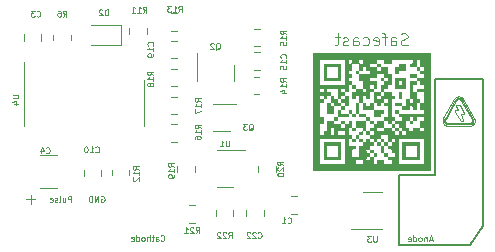
<source format=gbo>
G04 #@! TF.GenerationSoftware,KiCad,Pcbnew,5.99.0-unknown-50e22de3ba~95~ubuntu20.04.1*
G04 #@! TF.CreationDate,2021-01-21T15:56:49+09:00*
G04 #@! TF.ProjectId,OpenRover-4,4f70656e-526f-4766-9572-2d342e6b6963,rev?*
G04 #@! TF.SameCoordinates,Original*
G04 #@! TF.FileFunction,Legend,Bot*
G04 #@! TF.FilePolarity,Positive*
%FSLAX46Y46*%
G04 Gerber Fmt 4.6, Leading zero omitted, Abs format (unit mm)*
G04 Created by KiCad (PCBNEW 5.99.0-unknown-50e22de3ba~95~ubuntu20.04.1) date 2021-01-21 15:56:49*
%MOMM*%
%LPD*%
G01*
G04 APERTURE LIST*
%ADD10C,0.104000*%
%ADD11C,0.150000*%
%ADD12C,0.100000*%
%ADD13C,0.075000*%
%ADD14C,0.300000*%
%ADD15C,0.120000*%
G04 APERTURE END LIST*
D10*
X163522365Y-67456780D02*
X163536293Y-67460742D01*
X165655500Y-67189284D02*
X165649584Y-67195409D01*
X163653010Y-67475922D02*
X165498696Y-67475922D01*
X164499255Y-65219458D02*
X164507419Y-65217134D01*
X165657428Y-67306051D02*
X165648507Y-67311008D01*
X164703070Y-65754852D02*
X164702042Y-65752794D01*
X164482753Y-65129405D02*
X164492678Y-65126581D01*
X165558290Y-67254351D02*
X165550337Y-67257191D01*
X165010940Y-66419964D02*
X165011054Y-66415978D01*
X164375157Y-65186886D02*
X164383178Y-65180510D01*
X164367393Y-65762207D02*
X164366257Y-65766008D01*
X164961043Y-65210342D02*
X164953322Y-65197451D01*
X164369828Y-65808746D02*
X164534129Y-66171173D01*
X165707217Y-67270330D02*
X165699395Y-67276977D01*
X165670030Y-67442283D02*
X165696169Y-67430458D01*
X163495044Y-67447535D02*
X163508612Y-67452377D01*
X163512271Y-67315692D02*
X163494268Y-67306076D01*
X164698559Y-65746914D02*
X164697271Y-65745055D01*
X165691502Y-66879868D02*
X165699790Y-66895347D01*
X164675649Y-65726082D02*
X164673672Y-65725062D01*
X163579045Y-67469921D02*
X163593590Y-67472062D01*
X164460076Y-65234912D02*
X164467676Y-65231320D01*
X164408325Y-65721555D02*
X164404600Y-65722891D01*
X164452605Y-65238749D02*
X164460076Y-65234912D01*
X164575839Y-65208237D02*
X164593394Y-65208805D01*
X165573854Y-67247913D02*
X165566131Y-67251258D01*
X164507419Y-65217134D02*
X164515682Y-65215073D01*
X164688330Y-65735044D02*
X164686654Y-65733576D01*
X164928006Y-65160801D02*
X164918879Y-65149276D01*
X164404308Y-65272222D02*
X164410743Y-65266752D01*
X165929109Y-67144872D02*
X165935704Y-67116717D01*
X164419977Y-65718953D02*
X164416024Y-65719581D01*
X163425383Y-67027040D02*
X163424831Y-67010256D01*
X165943240Y-67059773D02*
X165944182Y-67031143D01*
X164911528Y-67045009D02*
X164912310Y-67042309D01*
X164889554Y-65116840D02*
X164879159Y-65106758D01*
X164798600Y-65046919D02*
X164786080Y-65039963D01*
X164901210Y-67064863D02*
X164902880Y-67062588D01*
X165591796Y-67334450D02*
X165581871Y-67337273D01*
X164404600Y-65722891D02*
X164400971Y-65724452D01*
X164659024Y-65126570D02*
X164678749Y-65132529D01*
X165816146Y-67031126D02*
X165815475Y-67051530D01*
X164532480Y-65211749D02*
X164541006Y-65210492D01*
X163590025Y-67341966D02*
X163569823Y-67337282D01*
X164868469Y-65097050D02*
X164857492Y-65087720D01*
X164250154Y-66263763D02*
X164252261Y-66267623D01*
X164274280Y-66180363D02*
X164270684Y-66182702D01*
X165587059Y-67467335D02*
X165615406Y-67460761D01*
X164255380Y-66197844D02*
X164252946Y-66201509D01*
X165713051Y-66927239D02*
X165718024Y-66943557D01*
X163352328Y-67132012D02*
X163346287Y-67112169D01*
X164368769Y-65758468D02*
X164367393Y-65762207D01*
X163368438Y-66891486D02*
X163378507Y-66872665D01*
X163934716Y-66057968D02*
X163934716Y-66057968D01*
X165769071Y-67385111D02*
X165791305Y-67366836D01*
X165791981Y-67151577D02*
X165783255Y-67170796D01*
X164747195Y-65021592D02*
X164733819Y-65016318D01*
X164397448Y-65726232D02*
X164394042Y-65728228D01*
X163231064Y-67172711D02*
X163241429Y-67200155D01*
X164831742Y-67087239D02*
X164835422Y-67088247D01*
X164905901Y-67057841D02*
X164907250Y-67055377D01*
X164252946Y-66201509D02*
X164250750Y-66205368D01*
X163402052Y-67224938D02*
X163389772Y-67207770D01*
X163425384Y-66993471D02*
X163427042Y-66976733D01*
X163623069Y-67474939D02*
X163637986Y-67475664D01*
X164605792Y-64988913D02*
X164590875Y-64988188D01*
X164734580Y-65157778D02*
X164751913Y-65168558D01*
X163550098Y-67331323D02*
X163530898Y-67324117D01*
X165722242Y-67256230D02*
X165714835Y-67263413D01*
X164372237Y-65751224D02*
X164370384Y-65754803D01*
X164391946Y-65283823D02*
X164398040Y-65277913D01*
X163460191Y-66879868D02*
X163460191Y-66879868D01*
X164445266Y-65242828D02*
X164452605Y-65238749D01*
X164984712Y-66467875D02*
X164987869Y-66465425D01*
X164281907Y-66176432D02*
X164278026Y-66178270D01*
X165596264Y-67236404D02*
X165588925Y-67240484D01*
X164638823Y-65121886D02*
X164659024Y-65126570D01*
X164936795Y-65172676D02*
X164928006Y-65160801D01*
X163429804Y-66960086D02*
X163433672Y-66943579D01*
X163481668Y-67442261D02*
X163495044Y-67447535D01*
X165721892Y-66960063D02*
X165724655Y-66976708D01*
X164700947Y-65750785D02*
X164699785Y-65748824D01*
X165551405Y-67343817D02*
X165541040Y-67345343D01*
X165674761Y-67295269D02*
X165666182Y-67300804D01*
X163460177Y-67140610D02*
X163460177Y-67140610D01*
X164245539Y-66251603D02*
X164246792Y-66255738D01*
X164301360Y-65274246D02*
X164301360Y-65274246D01*
X164797858Y-67062363D02*
X164800247Y-67065623D01*
X164895588Y-67071246D02*
X164897563Y-67069196D01*
X164453753Y-65139756D02*
X164463285Y-65135996D01*
D11*
X159512000Y-77575000D02*
X165500000Y-77575000D01*
D10*
X165726312Y-66993447D02*
X165726865Y-67010233D01*
X164909423Y-65138103D02*
X164899645Y-65127290D01*
X164797858Y-67062363D02*
X164797858Y-67062363D01*
X164242280Y-65138092D02*
X164223697Y-65160793D01*
X163593590Y-67472062D02*
X163608268Y-67473737D01*
X163444721Y-66911167D02*
X163451904Y-66895355D01*
X163336218Y-67010722D02*
X163338232Y-66990379D01*
X163359712Y-66910701D02*
X163368438Y-66891486D01*
X165767684Y-67198803D02*
X165761922Y-67207748D01*
X164262149Y-65116827D02*
X164242280Y-65138092D01*
X163338232Y-67071869D02*
X163336218Y-67051523D01*
X165005084Y-66443127D02*
X165006672Y-66439417D01*
X164671660Y-65724110D02*
X164669613Y-65723228D01*
X164283234Y-65097036D02*
X164262149Y-65116827D01*
X164886720Y-67078578D02*
X164889079Y-67076883D01*
X164771401Y-65296293D02*
X164782295Y-65309596D01*
X165588925Y-67240484D02*
X165581454Y-67244321D01*
X164383178Y-65180510D02*
X164391391Y-65174411D01*
X164223697Y-65160793D02*
X164206467Y-65184889D01*
X165812392Y-67347047D02*
X165832262Y-67325783D01*
X164981413Y-66470117D02*
X164984712Y-66467875D01*
X164575850Y-64987946D02*
X164575850Y-64987946D01*
X165691502Y-67140610D02*
X165686974Y-67148163D01*
X165009116Y-66431779D02*
X165009970Y-66427876D01*
X164865017Y-67088432D02*
X164866810Y-67087981D01*
X165682232Y-67155522D02*
X165677282Y-67162682D01*
X164426044Y-65152850D02*
X164435127Y-65148187D01*
X163241429Y-66862131D02*
X163231064Y-66889575D01*
X164706432Y-65242834D02*
X164720692Y-65251707D01*
X163346287Y-66950089D02*
X163352328Y-66930254D01*
X165868079Y-67278990D02*
X165883889Y-67253540D01*
X164953322Y-65197451D02*
X164945236Y-65184894D01*
X165006512Y-66392424D02*
X165004878Y-66388672D01*
X164951220Y-66479942D02*
X164955266Y-66479554D01*
X164912973Y-67039574D02*
X164913517Y-67036807D01*
X163378507Y-66872665D02*
X164301360Y-65274246D01*
X164345118Y-65215081D02*
X164352309Y-65207635D01*
X163610653Y-67345346D02*
X163590025Y-67341966D01*
X164947127Y-66480072D02*
X164947127Y-66480072D01*
X164416024Y-65719581D02*
X164412136Y-65720450D01*
X164842933Y-67089601D02*
X164846744Y-67089943D01*
X164644271Y-65217136D02*
X164660499Y-65222044D01*
X163564642Y-67467317D02*
X163579045Y-67469921D01*
X164810884Y-65054283D02*
X164798600Y-65046919D01*
X164354556Y-65331069D02*
X164359298Y-65323711D01*
X164248825Y-66209354D02*
X164247192Y-66213428D01*
X163569823Y-67337282D02*
X163550098Y-67331323D01*
X164854185Y-67089962D02*
X164855992Y-67089840D01*
X165691502Y-66879868D02*
X165691502Y-66879868D01*
X165686974Y-67148163D02*
X165682232Y-67155522D01*
X164720692Y-65251707D02*
X164734358Y-65261514D01*
X163339307Y-67347025D02*
X163349702Y-67357105D01*
X163341588Y-66970149D02*
X163346287Y-66950089D01*
X164679487Y-65728323D02*
X164677587Y-65727169D01*
X164270684Y-66182702D02*
X164267248Y-66185281D01*
X165898020Y-67227124D02*
X165910267Y-67200155D01*
X164911107Y-67005447D02*
X164734265Y-66480072D01*
X164243889Y-66243165D02*
X164244571Y-66247407D01*
X165714835Y-67263413D02*
X165707217Y-67270330D01*
X165706973Y-67109319D02*
X165699790Y-67125128D01*
X164502722Y-65124076D02*
X164512879Y-65121893D01*
X163352328Y-66930254D02*
X163359712Y-66910701D01*
X165001178Y-66450272D02*
X165001178Y-66450272D01*
X163433667Y-67076924D02*
X163429801Y-67060420D01*
X164424098Y-65256489D02*
X164431008Y-65251701D01*
X164575850Y-64987946D02*
X164545909Y-64988913D01*
X164248331Y-66259796D02*
X164250154Y-66263763D01*
X164945236Y-65184894D02*
X164936795Y-65172676D01*
X164318643Y-65247415D02*
X164324906Y-65238956D01*
X164435127Y-65148187D02*
X164444365Y-65143821D01*
X164398040Y-65277913D02*
X164404308Y-65272222D01*
X165465690Y-67270996D02*
X165465690Y-67270996D01*
X164913824Y-67016900D02*
X164913349Y-67014026D01*
X164907250Y-67055377D02*
X164908489Y-67052858D01*
X164697950Y-65139735D02*
X164716576Y-65148161D01*
X163405940Y-67401807D02*
X163417979Y-67409574D01*
X164866810Y-67087981D02*
X164868597Y-67087469D01*
X164365903Y-65797330D02*
X164366963Y-65801189D01*
X164472953Y-65132545D02*
X164482753Y-65129405D01*
X164824589Y-67084574D02*
X164828128Y-67086014D01*
X165699790Y-67125128D02*
X165691502Y-67140610D01*
X163601351Y-67257207D02*
X163585554Y-67251278D01*
X164911107Y-67005447D02*
X164911107Y-67005447D01*
X165691374Y-67283352D02*
X165683161Y-67289450D01*
X164822923Y-65062050D02*
X164810884Y-65054283D01*
X164891345Y-67075094D02*
X164893515Y-67073213D01*
X164417123Y-65157808D02*
X164426044Y-65152850D01*
X164889079Y-67076883D02*
X164891345Y-67075094D01*
X164902880Y-67062588D02*
X164904444Y-67060246D01*
X164660499Y-65222044D02*
X164676296Y-65227979D01*
X164814529Y-67078991D02*
X164817779Y-67081060D01*
X164190659Y-65210342D02*
X163267814Y-66808746D01*
X164534129Y-66171173D02*
X164534129Y-66171173D01*
X164369828Y-65808746D02*
X164369828Y-65808746D01*
X164359298Y-65323711D02*
X164364248Y-65316550D01*
X165666777Y-67176397D02*
X165661233Y-67182945D01*
X163668450Y-67270429D02*
X163651169Y-67268744D01*
X164487482Y-64996533D02*
X164459133Y-65003106D01*
X164649816Y-64993931D02*
X164635271Y-64991790D01*
X163451904Y-66895355D02*
X163460191Y-66879868D01*
X165498696Y-67348083D02*
X163652997Y-67348083D01*
X164918879Y-65149276D02*
X164909423Y-65138103D01*
X164702042Y-65752794D02*
X164700947Y-65750785D01*
X164678473Y-64999597D02*
X164664220Y-64996535D01*
X164703070Y-65754852D02*
X164703070Y-65754852D01*
X164811396Y-67076717D02*
X164814529Y-67078991D01*
X164359717Y-65200452D02*
X164367335Y-65193534D01*
X163460177Y-67140610D02*
X163451893Y-67125131D01*
X165761922Y-67207748D02*
X165755906Y-67216451D01*
X164947127Y-66480072D02*
X164951220Y-66479942D01*
X164620594Y-64990115D02*
X164605792Y-64988913D01*
X165509049Y-67267484D02*
X165500523Y-67268741D01*
X164733819Y-65016318D02*
X164720250Y-65011476D01*
X164549610Y-65209510D02*
X164558287Y-65208804D01*
X164307320Y-66171173D02*
X164302896Y-66171325D01*
X164305467Y-65078760D02*
X164283234Y-65097036D01*
X165910267Y-66862131D02*
X165898020Y-66835162D01*
X164417341Y-65261507D02*
X164424098Y-65256489D01*
X165611265Y-67327860D02*
X165601596Y-67331311D01*
X164759753Y-65283830D02*
X164771401Y-65296293D01*
X165517492Y-67265956D02*
X165509049Y-67267484D01*
X163444713Y-67109326D02*
X163438637Y-67093241D01*
X164699785Y-65748824D02*
X164698559Y-65746914D01*
X165743140Y-67233121D02*
X165736401Y-67241080D01*
X163455529Y-67430435D02*
X163468494Y-67436559D01*
X164734265Y-66480072D02*
X164947127Y-66480072D01*
X165813461Y-66990377D02*
X165815475Y-67010723D01*
X163275536Y-67266428D02*
X163283622Y-67278983D01*
X163617579Y-67262109D02*
X163601351Y-67257207D01*
X163415295Y-67241111D02*
X163402052Y-67224938D01*
X164897563Y-67069196D02*
X164899438Y-67067067D01*
X164654479Y-65719099D02*
X164652222Y-65718814D01*
X164247192Y-66213428D02*
X164245850Y-66217576D01*
X164850341Y-65274231D02*
X165773187Y-66872665D01*
X164558287Y-65208804D02*
X164567031Y-65208379D01*
X164911992Y-67008296D02*
X164911107Y-67005447D01*
X163389772Y-67207770D02*
X163378507Y-67189636D01*
X163360393Y-67366812D02*
X163371371Y-67376141D01*
X165718024Y-67076911D02*
X165713051Y-67093232D01*
X165699790Y-66895347D02*
X165706973Y-66911153D01*
X164290024Y-66173551D02*
X164285911Y-66174857D01*
X163433672Y-66943579D02*
X163438644Y-66927257D01*
X163442782Y-67423892D02*
X163455529Y-67430435D01*
X165500523Y-67268741D02*
X165491919Y-67269723D01*
X164846236Y-65078773D02*
X164834710Y-65070215D01*
X164258041Y-66194382D02*
X164255380Y-66197844D01*
X165755906Y-67216451D02*
X165749644Y-67224910D01*
X165944182Y-67031143D02*
X165943240Y-67002513D01*
X163634198Y-67265963D02*
X163617579Y-67262109D01*
X163222583Y-67144872D02*
X163231064Y-67172711D01*
X164245850Y-66217576D02*
X164244800Y-66221782D01*
X164267248Y-66185281D02*
X164263988Y-66188093D01*
X164243388Y-66234601D02*
X164243495Y-66238892D01*
X163417979Y-67409574D02*
X163430263Y-67416937D01*
X164394042Y-65728228D02*
X164390763Y-65730432D01*
X164645350Y-65718445D02*
X164645350Y-65718445D01*
X164893515Y-67073213D02*
X164895588Y-67071246D01*
D11*
X159512000Y-71628000D02*
X159512000Y-77575000D01*
D10*
X164404508Y-65021584D02*
X164378369Y-65033410D01*
X165010578Y-66423934D02*
X165010940Y-66419964D01*
X165649584Y-67195409D02*
X165643490Y-67201319D01*
X164993720Y-66459929D02*
X164996392Y-66456892D01*
X164828128Y-67086014D02*
X164831742Y-67087239D01*
X164645350Y-65718445D02*
X164428038Y-65718445D01*
X163651169Y-67268744D02*
X163634198Y-67265963D01*
X164826796Y-65238924D02*
X164839075Y-65256094D01*
X165773187Y-67189621D02*
X165767684Y-67198803D01*
X164661120Y-65720419D02*
X164658930Y-65719902D01*
X165736401Y-67241080D02*
X165729433Y-67248784D01*
X164678749Y-65132529D02*
X164697950Y-65139735D01*
X163349702Y-67357105D02*
X163360393Y-67366812D01*
X163508612Y-67452377D02*
X163522365Y-67456780D01*
X165566131Y-67251258D02*
X165558290Y-67254351D01*
X165935704Y-67116717D02*
X165940414Y-67088324D01*
X165773187Y-66872665D02*
X165773187Y-66872665D01*
X164635271Y-64991790D02*
X164620594Y-64990115D01*
D11*
X162560000Y-71628000D02*
X159512000Y-71628000D01*
D10*
X164801663Y-65338623D02*
X164801663Y-65338623D01*
X163231064Y-66889575D02*
X163222583Y-66917414D01*
X165832262Y-67325783D02*
X165850847Y-67303085D01*
X164801663Y-65338623D02*
X165691502Y-66879868D01*
X165810105Y-67092112D02*
X165805406Y-67112178D01*
X164328780Y-65062037D02*
X164305467Y-65078760D01*
X164875647Y-67084791D02*
X164877380Y-67083957D01*
X165498696Y-67348083D02*
X165498696Y-67348083D01*
X164431008Y-65251701D02*
X164438065Y-65247147D01*
X164720250Y-65011476D02*
X164706497Y-65007072D01*
X164716576Y-65148161D02*
X164734580Y-65157778D01*
X165637223Y-67207011D02*
X165630787Y-67212481D01*
X165617432Y-67222744D02*
X165610523Y-67227532D01*
X164839155Y-67089035D02*
X164842933Y-67089601D01*
X164913349Y-67014026D02*
X164912739Y-67011157D01*
X164380298Y-65296288D02*
X164386030Y-65289949D01*
X163371371Y-67376141D02*
X163382627Y-67385086D01*
X165920630Y-67172711D02*
X165929109Y-67144872D01*
X164512879Y-65121893D02*
X164523143Y-65120036D01*
X165799365Y-66930247D02*
X165805406Y-66950083D01*
X164364128Y-65781618D02*
X164364204Y-65785564D01*
X164913517Y-67036807D02*
X164913939Y-67034014D01*
X164306864Y-65265064D02*
X164312627Y-65256119D01*
X164378369Y-65033410D02*
X164353103Y-65046907D01*
X165581454Y-67244321D02*
X165573854Y-67247913D01*
X163514452Y-67207044D02*
X163502090Y-67195441D01*
X164575839Y-65208237D02*
X164575839Y-65208237D01*
X165699395Y-67276977D02*
X165691374Y-67283352D01*
X164877380Y-67083957D02*
X164879098Y-67083054D01*
X164664220Y-64996535D02*
X164649816Y-64993931D01*
X164846744Y-67089943D02*
X164850577Y-67090057D01*
X165935704Y-66945570D02*
X165929109Y-66917414D01*
X164353103Y-65046907D02*
X164328780Y-65062037D01*
X163222583Y-66917414D02*
X163215987Y-66945570D01*
X165672129Y-67169642D02*
X165666777Y-67176397D01*
X165530581Y-67346537D02*
X165520033Y-67347394D01*
X164647656Y-65718486D02*
X164645350Y-65718445D01*
X164805524Y-67071565D02*
X164808391Y-67074241D01*
X165940414Y-67088324D02*
X165943240Y-67059773D01*
X165483242Y-67270428D02*
X165474497Y-67270854D01*
X164463285Y-65135996D02*
X164472953Y-65132545D01*
X163652997Y-67348083D02*
X163631660Y-67347394D01*
X163378507Y-67189636D02*
X163378507Y-67189636D01*
X164350028Y-65338623D02*
X164350028Y-65338623D01*
X164369402Y-65309591D02*
X164374753Y-65302836D01*
X164244040Y-66226032D02*
X164243569Y-66230310D01*
D11*
X166624000Y-75946000D02*
X166624000Y-63500000D01*
D10*
X164879159Y-65106758D02*
X164868469Y-65097050D01*
X164697271Y-65745055D02*
X164695922Y-65743248D01*
X165677282Y-67162682D02*
X165672129Y-67169642D01*
X165815475Y-67051530D02*
X165813461Y-67071877D01*
X163346287Y-67112169D02*
X163341588Y-67092103D01*
X163536293Y-67460742D02*
X163550388Y-67464256D01*
X165610523Y-67227532D02*
X165603465Y-67232086D01*
X164879098Y-67083054D02*
X164879098Y-67083054D01*
X163451893Y-67125131D02*
X163444713Y-67109326D01*
X163319438Y-67325765D02*
X163329216Y-67336577D01*
X165009027Y-66400126D02*
X165007895Y-66396247D01*
X163468494Y-67436559D02*
X163481668Y-67442261D01*
X165683161Y-67289450D02*
X165674761Y-67295269D01*
X163460323Y-67283383D02*
X163444479Y-67270362D01*
X164852379Y-67090034D02*
X164854185Y-67089962D01*
X163292065Y-67291199D02*
X163300853Y-67303071D01*
X163631660Y-67347394D02*
X163610653Y-67345346D01*
X165643490Y-67201319D02*
X165637223Y-67207011D01*
X164855992Y-67089840D02*
X164857801Y-67089667D01*
X164523143Y-65120036D02*
X164533507Y-65118509D01*
X164410743Y-65266752D02*
X164417341Y-65261507D01*
X165783255Y-67170796D02*
X165773187Y-67189621D01*
X164996392Y-66456892D02*
X164998882Y-66453672D01*
X164970779Y-66475547D02*
X164974436Y-66473959D01*
X163502090Y-67195441D02*
X163490441Y-67182973D01*
X164428038Y-65718445D02*
X164423985Y-65718573D01*
X163215987Y-66945570D02*
X163211275Y-66973962D01*
X164302896Y-66171325D02*
X164298530Y-66171777D01*
X163368438Y-67170802D02*
X163359712Y-67151575D01*
X164515682Y-65215073D02*
X164524037Y-65213276D01*
X165001178Y-66450272D02*
X165003252Y-66446750D01*
X164370384Y-65754803D02*
X164368769Y-65758468D01*
X165805406Y-67112178D02*
X165799365Y-67132018D01*
X164694514Y-65741495D02*
X164693049Y-65739797D01*
X165541040Y-67345343D02*
X165530581Y-67346537D01*
X165783255Y-66891482D02*
X165791981Y-66910695D01*
X164367335Y-65193534D02*
X164375157Y-65186886D01*
X164244571Y-66247407D02*
X164245539Y-66251603D01*
X164800247Y-67065623D02*
X164802806Y-67068691D01*
X165534110Y-67262099D02*
X165525848Y-67264160D01*
X164298530Y-66171777D02*
X164294235Y-66172522D01*
X164243495Y-66238892D02*
X164243889Y-66243165D01*
X164652222Y-65718814D02*
X164649948Y-65718610D01*
X164250750Y-66205368D02*
X164248825Y-66209354D01*
X164677587Y-65727169D02*
X164675649Y-65726082D01*
X163424831Y-67010256D02*
X163425384Y-66993471D01*
X165810105Y-66970145D02*
X165813461Y-66990377D01*
X165474497Y-67270854D02*
X165465690Y-67270996D01*
X164857492Y-65087720D02*
X164846236Y-65078773D01*
X164575850Y-65115768D02*
X164597187Y-65116458D01*
X165643086Y-67452398D02*
X165670030Y-67442283D01*
X164475399Y-65227975D02*
X164483239Y-65224881D01*
X164899645Y-65127290D02*
X164889554Y-65116840D01*
X163438644Y-66927257D02*
X163444721Y-66911167D01*
X165910267Y-67200155D02*
X165920630Y-67172711D01*
X164656715Y-65719462D02*
X164654479Y-65719099D01*
X164534129Y-66171173D02*
X164307320Y-66171173D01*
X164379121Y-65741230D02*
X164376630Y-65744398D01*
X164909616Y-67050287D02*
X164910629Y-67047670D01*
X164910629Y-67047670D02*
X164911528Y-67045009D01*
X165639424Y-67315671D02*
X165630185Y-67320036D01*
X165571826Y-67339778D02*
X165561669Y-67341960D01*
X165561669Y-67341960D02*
X165551405Y-67343817D01*
X163527488Y-67217759D02*
X163514452Y-67207044D01*
X165007895Y-66396247D02*
X165006512Y-66392424D01*
X165724655Y-67043758D02*
X165721892Y-67060404D01*
X164423985Y-65718573D02*
X164419977Y-65718953D01*
X163211275Y-67088324D02*
X163215987Y-67116717D01*
X165620797Y-67324100D02*
X165611265Y-67327860D01*
X165004878Y-66388672D02*
X164703070Y-65754852D01*
X165724655Y-66976708D02*
X165726312Y-66993447D01*
X164444365Y-65143821D02*
X164453753Y-65139756D01*
X164881728Y-67081667D02*
X164884269Y-67080174D01*
X164884269Y-67080174D02*
X164886720Y-67078578D01*
X163300853Y-67303071D02*
X163309981Y-67314595D01*
X164676296Y-65227979D02*
X164691620Y-65234917D01*
X164364524Y-65789506D02*
X164365090Y-65793431D01*
X163530898Y-67324117D02*
X163512271Y-67315692D01*
X164813553Y-65222749D02*
X164826796Y-65238924D01*
X163541156Y-67227563D02*
X163527488Y-67217759D01*
X165004878Y-66388672D02*
X165004878Y-66388672D01*
X164294235Y-66172522D02*
X164290024Y-66173551D01*
X165718024Y-66943557D02*
X165721892Y-66960063D01*
X165883889Y-66808746D02*
X164961043Y-65210342D01*
X165729433Y-67248784D02*
X165722242Y-67256230D01*
X163494268Y-67306076D02*
X163476935Y-67295297D01*
X165726312Y-67027019D02*
X165724655Y-67043758D01*
X163378507Y-67189636D02*
X163368438Y-67170802D01*
X164368271Y-65804998D02*
X164369828Y-65808746D01*
X164792396Y-65323713D02*
X164801663Y-65338623D01*
X164834710Y-65070215D02*
X164822923Y-65062050D01*
X165929109Y-66917414D02*
X165920630Y-66889575D01*
X163207506Y-67031143D02*
X163208448Y-67059773D01*
X164914238Y-67031197D02*
X164914411Y-67028360D01*
X164374328Y-65747742D02*
X164372237Y-65751224D01*
X164516430Y-64991788D02*
X164487482Y-64996533D01*
X165528635Y-67474954D02*
X165558112Y-67472079D01*
X164689955Y-65736570D02*
X164688330Y-65735044D01*
X164649948Y-65718610D02*
X164647656Y-65718486D01*
X164693049Y-65739797D02*
X164691529Y-65738155D01*
X165815475Y-67010723D02*
X165816146Y-67031126D01*
X164861415Y-67089161D02*
X164863218Y-67088825D01*
X164366257Y-65766008D02*
X164365362Y-65769862D01*
X163460191Y-66879868D02*
X163460191Y-66879883D01*
X163429454Y-67256262D02*
X163415295Y-67241111D01*
X165813461Y-67071877D02*
X165810105Y-67092112D01*
X163208448Y-67059773D02*
X163211275Y-67088324D01*
X164734265Y-66480072D02*
X164734265Y-66480072D01*
X165624189Y-67217726D02*
X165617432Y-67222744D01*
X165799365Y-67132018D02*
X165791981Y-67151577D01*
X164492678Y-65126581D02*
X164502722Y-65124076D01*
X164784369Y-65193495D02*
X164799394Y-65207597D01*
X164364248Y-65316550D02*
X164369402Y-65309591D01*
X164250750Y-66205368D02*
X164250750Y-66205368D01*
X163429801Y-67060420D02*
X163427039Y-67043777D01*
X163444479Y-67270362D02*
X163429454Y-67256262D01*
X163338232Y-66990379D02*
X163341588Y-66970149D01*
X165883889Y-67253540D02*
X165883889Y-67253540D01*
X164260914Y-66191129D02*
X164258041Y-66194382D01*
X165498696Y-67475922D02*
X165498696Y-67475922D01*
X163382627Y-67385086D02*
X163394153Y-67393643D01*
X164734358Y-65261514D02*
X164747392Y-65272229D01*
X165850847Y-67303085D02*
X165868079Y-67278990D01*
X164543966Y-65117315D02*
X164554514Y-65116458D01*
X164244800Y-66221782D02*
X164244040Y-66226032D01*
X164857801Y-67089667D02*
X164859609Y-67089441D01*
X164400971Y-65724452D02*
X164397448Y-65726232D01*
X164467676Y-65231320D02*
X164475399Y-65227975D01*
X164399791Y-65168592D02*
X164408370Y-65163057D01*
X164618194Y-65118506D02*
X164638823Y-65121886D01*
X165006672Y-66439417D02*
X165008016Y-66435630D01*
X163267814Y-67253540D02*
X163267814Y-67253540D01*
X164459133Y-65003106D02*
X164431452Y-65011470D01*
X163550388Y-67464256D02*
X163564642Y-67467317D01*
X163637986Y-67475664D02*
X163653010Y-67475906D01*
D11*
X165500000Y-77575000D02*
X166624000Y-75946000D01*
D10*
X164554514Y-65116458D02*
X164565144Y-65115941D01*
X164565144Y-65115941D02*
X164575850Y-65115768D01*
X164821136Y-67082922D02*
X164824589Y-67084574D01*
X164963178Y-66478031D02*
X164967022Y-66476907D01*
X164974436Y-66473959D02*
X164977985Y-66472147D01*
X163283622Y-67278983D02*
X163292065Y-67291199D01*
X164243569Y-66230310D02*
X164243388Y-66234601D01*
X164431452Y-65011470D02*
X164404508Y-65021584D01*
X164904444Y-67060246D02*
X164905901Y-67057841D01*
X164254651Y-66271362D02*
X164254592Y-66271606D01*
X163241429Y-67200155D02*
X163253679Y-67227124D01*
X164914378Y-67022645D02*
X164914167Y-67019774D01*
X164799394Y-65207597D02*
X164813553Y-65222749D01*
X164955266Y-66479554D02*
X164959255Y-66478916D01*
X164366963Y-65801189D02*
X164368271Y-65804998D01*
X164352309Y-65207635D02*
X164359717Y-65200452D01*
X164961043Y-65210342D02*
X164961043Y-65210342D01*
X165696169Y-67430458D02*
X165721434Y-67416962D01*
X164301360Y-65274246D02*
X164306864Y-65265064D01*
X164365362Y-65769862D02*
X164364708Y-65773755D01*
X163253679Y-66835162D02*
X163241429Y-66862131D01*
X164278026Y-66178270D02*
X164274280Y-66180363D01*
X165009908Y-66404052D02*
X165009027Y-66400126D01*
X164610678Y-65210493D02*
X164627650Y-65213278D01*
X165581871Y-67337273D02*
X165571826Y-67339778D01*
X163460191Y-66879883D02*
X163934716Y-66057968D01*
X165920630Y-66889575D02*
X165910267Y-66862131D01*
X165661233Y-67182945D02*
X165655500Y-67189284D01*
X164663286Y-65721011D02*
X164661120Y-65720419D01*
X163476935Y-67295297D02*
X163460323Y-67283383D01*
X164307320Y-66171173D02*
X164307320Y-66171173D01*
X165520033Y-67347394D02*
X165509403Y-67347910D01*
X164381790Y-65738244D02*
X164379121Y-65741230D01*
X165791981Y-66910695D02*
X165799365Y-66930247D01*
X164808391Y-67074241D02*
X164811396Y-67076717D01*
X164364204Y-65785564D02*
X164364524Y-65789506D01*
X164879098Y-67083054D02*
X164881728Y-67081667D01*
X164491193Y-65222041D02*
X164499255Y-65219458D01*
X165491919Y-67269723D02*
X165483242Y-67270428D01*
X164331411Y-65230745D02*
X164338150Y-65222785D01*
X163469445Y-67155535D02*
X163460177Y-67140610D01*
X165509403Y-67347910D02*
X165498696Y-67348083D01*
X164412136Y-65720450D02*
X164408325Y-65721555D01*
X164533507Y-65118509D02*
X164543966Y-65117315D01*
X164899438Y-67067067D02*
X164901210Y-67064863D01*
X165713051Y-67093232D02*
X165706973Y-67109319D01*
X164683160Y-65730824D02*
X164681345Y-65729542D01*
X163427042Y-66976733D02*
X163429804Y-66960086D01*
X164390763Y-65730432D02*
X164387621Y-65732840D01*
X164254592Y-66271606D02*
X164797858Y-67062363D01*
X164206467Y-65184889D02*
X164190659Y-65210342D01*
X165773187Y-66872665D02*
X165783255Y-66891482D01*
X164681345Y-65729542D02*
X164679487Y-65728323D01*
X164438065Y-65247147D02*
X164445266Y-65242828D01*
X164773334Y-65033420D02*
X164760369Y-65027295D01*
X165666182Y-67300804D02*
X165657428Y-67306051D01*
X165745758Y-67401833D02*
X165769071Y-67385111D01*
X163215987Y-67116717D02*
X163222583Y-67144872D01*
X163653010Y-67475906D02*
X163653010Y-67475906D01*
X164914459Y-67025508D02*
X164914378Y-67022645D01*
X164567031Y-65208379D02*
X164575839Y-65208237D01*
X164364708Y-65773755D02*
X164364297Y-65777677D01*
X164908489Y-67052858D02*
X164909616Y-67050287D01*
X164374328Y-65747742D02*
X164374328Y-65747742D01*
X164998882Y-66453672D02*
X165001178Y-66450272D01*
X163438637Y-67093241D02*
X163433667Y-67076924D01*
X163267814Y-67253540D02*
X163275536Y-67266428D01*
X163267814Y-66808746D02*
X163267814Y-66808746D01*
X164768525Y-65180473D02*
X164784369Y-65193495D01*
X164190659Y-65210342D02*
X164190659Y-65210342D01*
X164850341Y-65274231D02*
X164850341Y-65274231D01*
X164751913Y-65168558D02*
X164768525Y-65180473D01*
X164873901Y-67085558D02*
X164875647Y-67084791D01*
X165898020Y-66835162D02*
X165883889Y-66808746D01*
X165550337Y-67257191D02*
X165542275Y-67259775D01*
D11*
X162560000Y-63500000D02*
X162560000Y-71628000D01*
D10*
X164428038Y-65718445D02*
X164428038Y-65718445D01*
X164254651Y-66271362D02*
X164254651Y-66271362D01*
X165465690Y-67270996D02*
X163686002Y-67270996D01*
X165630185Y-67320036D02*
X165620797Y-67324100D01*
X164863218Y-67088825D02*
X164865017Y-67088432D01*
X164802806Y-67068691D02*
X164805524Y-67071565D01*
X163267814Y-66808746D02*
X163253679Y-66835162D01*
X165691502Y-67140610D02*
X165691502Y-67140610D01*
X165009970Y-66427876D02*
X165010578Y-66423934D01*
X165940414Y-66973962D02*
X165935704Y-66945570D01*
X165648507Y-67311008D02*
X165639424Y-67315671D01*
X164524037Y-65213276D02*
X164532480Y-65211749D01*
X165883889Y-66808746D02*
X165883889Y-66808746D01*
D11*
X166624000Y-63500000D02*
X162560000Y-63500000D01*
D10*
X165010539Y-66408010D02*
X165009908Y-66404052D01*
X163608268Y-67473737D02*
X163623069Y-67474939D01*
X164692569Y-65003111D02*
X164678473Y-64999597D01*
X164593394Y-65208805D02*
X164610678Y-65210493D01*
X164868597Y-67087469D02*
X164870375Y-67086896D01*
X164912310Y-67042309D02*
X164912973Y-67039574D01*
X164391391Y-65174411D02*
X164399791Y-65168592D01*
X164706497Y-65007072D02*
X164692569Y-65003111D01*
X163479546Y-67169663D02*
X163469445Y-67155535D01*
X164914167Y-67019774D02*
X164913824Y-67016900D01*
X164658930Y-65719902D02*
X164656715Y-65719462D01*
X165010921Y-66411990D02*
X165010539Y-66408010D01*
X164387621Y-65732840D02*
X164384627Y-65735446D01*
X165773187Y-67189621D02*
X165773187Y-67189621D01*
X164691620Y-65234917D02*
X164706432Y-65242834D01*
X165615406Y-67460761D02*
X165643086Y-67452398D01*
X165630787Y-67212481D02*
X165624189Y-67217726D01*
X163341588Y-67092103D02*
X163338232Y-67071869D01*
X164686654Y-65733576D02*
X164684930Y-65732169D01*
X165721434Y-67416962D02*
X165745758Y-67401833D01*
X163934716Y-66057968D02*
X164350028Y-65338623D01*
X163555416Y-67236433D02*
X163541156Y-67227563D01*
X163359712Y-67151575D02*
X163352328Y-67132012D01*
X164695922Y-65743248D02*
X164694514Y-65741495D01*
X163253679Y-67227124D02*
X163267814Y-67253540D01*
X163378507Y-66872665D02*
X163378507Y-66872665D01*
X163309981Y-67314595D02*
X163319438Y-67325765D01*
X164684930Y-65732169D02*
X164683160Y-65730824D01*
X164246792Y-66255738D02*
X164248331Y-66259796D01*
X164597187Y-65116458D02*
X164618194Y-65118506D01*
X165706973Y-66911153D02*
X165713051Y-66927239D01*
X164408370Y-65163057D02*
X164417123Y-65157808D01*
X164835422Y-67088247D02*
X164839155Y-67089035D01*
X163427039Y-67043777D02*
X163425383Y-67027040D01*
X164859609Y-67089441D02*
X164861415Y-67089161D01*
X165805406Y-66950083D02*
X165810105Y-66970145D01*
X164839075Y-65256094D02*
X164850341Y-65274231D01*
X164575850Y-65115768D02*
X164575850Y-65115768D01*
X164365090Y-65793431D02*
X164365903Y-65797330D01*
X164384627Y-65735446D02*
X164381790Y-65738244D01*
X163686002Y-67270996D02*
X163686002Y-67270996D01*
X164667534Y-65722417D02*
X164665425Y-65721678D01*
X164786080Y-65039963D02*
X164773334Y-65033420D01*
X164977985Y-66472147D02*
X164981413Y-66470117D01*
X163211275Y-66973962D02*
X163208448Y-67002513D01*
X163570229Y-67244346D02*
X163555416Y-67236433D01*
X165008016Y-66435630D02*
X165009116Y-66431779D01*
X164760369Y-65027295D02*
X164747195Y-65021592D01*
X165601596Y-67331311D02*
X165591796Y-67334450D01*
X165498696Y-67475922D02*
X165528635Y-67474954D01*
X165883889Y-67253540D02*
X165898020Y-67227124D01*
X164914411Y-67028360D02*
X164914459Y-67025508D01*
X165525848Y-67264160D02*
X165517492Y-67265956D01*
X164386030Y-65289949D02*
X164391946Y-65283823D01*
X164872144Y-67086259D02*
X164873901Y-67085558D01*
X165011054Y-66415978D02*
X165010921Y-66411990D01*
X164669613Y-65723228D02*
X164667534Y-65722417D01*
X164665425Y-65721678D02*
X164663286Y-65721011D01*
X164252261Y-66267623D02*
X164254651Y-66271362D01*
X164850577Y-67090057D02*
X164850577Y-67090057D01*
X164541006Y-65210492D02*
X164549610Y-65209510D01*
X164545909Y-64988913D02*
X164516430Y-64991788D01*
X163490441Y-67182973D02*
X163479546Y-67169663D01*
X163329216Y-67336577D02*
X163339307Y-67347025D01*
X163686002Y-67270996D02*
X163668450Y-67270429D01*
X164912739Y-67011157D02*
X164911992Y-67008296D01*
X164673672Y-65725062D02*
X164671660Y-65724110D01*
X165791305Y-67366836D02*
X165812392Y-67347047D01*
X164285911Y-66174857D02*
X164281907Y-66176432D01*
X163394153Y-67393643D02*
X163405940Y-67401807D01*
X163652997Y-67348083D02*
X163652997Y-67348083D01*
X164350028Y-65338623D02*
X164354556Y-65331069D01*
X164870375Y-67086896D02*
X164872144Y-67086259D01*
X164959255Y-66478916D02*
X164963178Y-66478031D01*
X164483239Y-65224881D02*
X164491193Y-65222041D01*
X164324906Y-65238956D02*
X164331411Y-65230745D01*
X164575850Y-65115768D02*
X164575850Y-65115768D01*
X163336218Y-67051523D02*
X163335547Y-67031122D01*
X165603465Y-67232086D02*
X165596264Y-67236404D01*
X163208448Y-67002513D02*
X163207506Y-67031143D01*
X165721892Y-67060404D02*
X165718024Y-67076911D01*
X164967022Y-66476907D02*
X164970779Y-66475547D01*
X165749644Y-67224910D02*
X165743140Y-67233121D01*
X163653010Y-67475906D02*
X163653010Y-67475922D01*
X164312627Y-65256119D02*
X164318643Y-65247415D01*
X164627650Y-65213278D02*
X164644271Y-65217136D01*
X163585554Y-67251278D02*
X163570229Y-67244346D01*
X165558112Y-67472079D02*
X165587059Y-67467335D01*
X164913939Y-67034014D02*
X164914238Y-67031197D01*
X164338150Y-65222785D02*
X164345118Y-65215081D01*
X164990876Y-66462775D02*
X164993720Y-66459929D01*
X164691529Y-65738155D02*
X164689955Y-65736570D01*
X165726865Y-67010233D02*
X165726312Y-67027019D01*
X164817779Y-67081060D02*
X164821136Y-67082922D01*
X163430263Y-67416937D02*
X163442782Y-67423892D01*
X163335547Y-67031122D02*
X163336218Y-67010722D01*
X165943240Y-67002513D02*
X165940414Y-66973962D01*
X164590875Y-64988188D02*
X164575850Y-64987946D01*
X164263988Y-66188093D02*
X164260914Y-66191129D01*
X165542275Y-67259775D02*
X165534110Y-67262099D01*
X165003252Y-66446750D02*
X165005084Y-66443127D01*
X164850577Y-67090057D02*
X164852379Y-67090034D01*
X164374753Y-65302836D02*
X164380298Y-65296288D01*
X164987869Y-66465425D02*
X164990876Y-66462775D01*
X164747392Y-65272229D02*
X164759753Y-65283830D01*
X164364297Y-65777677D02*
X164364128Y-65781618D01*
X164376630Y-65744398D02*
X164374328Y-65747742D01*
X164782295Y-65309596D02*
X164792396Y-65323713D01*
D12*
X134305952Y-73450000D02*
X134353571Y-73426190D01*
X134425000Y-73426190D01*
X134496428Y-73450000D01*
X134544047Y-73497619D01*
X134567857Y-73545238D01*
X134591666Y-73640476D01*
X134591666Y-73711904D01*
X134567857Y-73807142D01*
X134544047Y-73854761D01*
X134496428Y-73902380D01*
X134425000Y-73926190D01*
X134377380Y-73926190D01*
X134305952Y-73902380D01*
X134282142Y-73878571D01*
X134282142Y-73711904D01*
X134377380Y-73711904D01*
X134067857Y-73926190D02*
X134067857Y-73426190D01*
X133782142Y-73926190D01*
X133782142Y-73426190D01*
X133544047Y-73926190D02*
X133544047Y-73426190D01*
X133425000Y-73426190D01*
X133353571Y-73450000D01*
X133305952Y-73497619D01*
X133282142Y-73545238D01*
X133258333Y-73640476D01*
X133258333Y-73711904D01*
X133282142Y-73807142D01*
X133305952Y-73854761D01*
X133353571Y-73902380D01*
X133425000Y-73926190D01*
X133544047Y-73926190D01*
X160249809Y-60602761D02*
X160106952Y-60650380D01*
X159868857Y-60650380D01*
X159773619Y-60602761D01*
X159726000Y-60555142D01*
X159678380Y-60459904D01*
X159678380Y-60364666D01*
X159726000Y-60269428D01*
X159773619Y-60221809D01*
X159868857Y-60174190D01*
X160059333Y-60126571D01*
X160154571Y-60078952D01*
X160202190Y-60031333D01*
X160249809Y-59936095D01*
X160249809Y-59840857D01*
X160202190Y-59745619D01*
X160154571Y-59698000D01*
X160059333Y-59650380D01*
X159821238Y-59650380D01*
X159678380Y-59698000D01*
X158821238Y-60650380D02*
X158821238Y-60126571D01*
X158868857Y-60031333D01*
X158964095Y-59983714D01*
X159154571Y-59983714D01*
X159249809Y-60031333D01*
X158821238Y-60602761D02*
X158916476Y-60650380D01*
X159154571Y-60650380D01*
X159249809Y-60602761D01*
X159297428Y-60507523D01*
X159297428Y-60412285D01*
X159249809Y-60317047D01*
X159154571Y-60269428D01*
X158916476Y-60269428D01*
X158821238Y-60221809D01*
X158487904Y-59983714D02*
X158106952Y-59983714D01*
X158345047Y-60650380D02*
X158345047Y-59793238D01*
X158297428Y-59698000D01*
X158202190Y-59650380D01*
X158106952Y-59650380D01*
X157392666Y-60602761D02*
X157487904Y-60650380D01*
X157678380Y-60650380D01*
X157773619Y-60602761D01*
X157821238Y-60507523D01*
X157821238Y-60126571D01*
X157773619Y-60031333D01*
X157678380Y-59983714D01*
X157487904Y-59983714D01*
X157392666Y-60031333D01*
X157345047Y-60126571D01*
X157345047Y-60221809D01*
X157821238Y-60317047D01*
X156487904Y-60602761D02*
X156583142Y-60650380D01*
X156773619Y-60650380D01*
X156868857Y-60602761D01*
X156916476Y-60555142D01*
X156964095Y-60459904D01*
X156964095Y-60174190D01*
X156916476Y-60078952D01*
X156868857Y-60031333D01*
X156773619Y-59983714D01*
X156583142Y-59983714D01*
X156487904Y-60031333D01*
X155630761Y-60650380D02*
X155630761Y-60126571D01*
X155678380Y-60031333D01*
X155773619Y-59983714D01*
X155964095Y-59983714D01*
X156059333Y-60031333D01*
X155630761Y-60602761D02*
X155726000Y-60650380D01*
X155964095Y-60650380D01*
X156059333Y-60602761D01*
X156106952Y-60507523D01*
X156106952Y-60412285D01*
X156059333Y-60317047D01*
X155964095Y-60269428D01*
X155726000Y-60269428D01*
X155630761Y-60221809D01*
X155202190Y-60602761D02*
X155106952Y-60650380D01*
X154916476Y-60650380D01*
X154821238Y-60602761D01*
X154773619Y-60507523D01*
X154773619Y-60459904D01*
X154821238Y-60364666D01*
X154916476Y-60317047D01*
X155059333Y-60317047D01*
X155154571Y-60269428D01*
X155202190Y-60174190D01*
X155202190Y-60126571D01*
X155154571Y-60031333D01*
X155059333Y-59983714D01*
X154916476Y-59983714D01*
X154821238Y-60031333D01*
X154487904Y-59983714D02*
X154106952Y-59983714D01*
X154345047Y-59650380D02*
X154345047Y-60507523D01*
X154297428Y-60602761D01*
X154202190Y-60650380D01*
X154106952Y-60650380D01*
X128721952Y-73711428D02*
X127960047Y-73711428D01*
X128341000Y-74092380D02*
X128341000Y-73330476D01*
X131785761Y-73926190D02*
X131785761Y-73426190D01*
X131595285Y-73426190D01*
X131547666Y-73450000D01*
X131523857Y-73473809D01*
X131500047Y-73521428D01*
X131500047Y-73592857D01*
X131523857Y-73640476D01*
X131547666Y-73664285D01*
X131595285Y-73688095D01*
X131785761Y-73688095D01*
X131071476Y-73592857D02*
X131071476Y-73926190D01*
X131285761Y-73592857D02*
X131285761Y-73854761D01*
X131261952Y-73902380D01*
X131214333Y-73926190D01*
X131142904Y-73926190D01*
X131095285Y-73902380D01*
X131071476Y-73878571D01*
X130761952Y-73926190D02*
X130809571Y-73902380D01*
X130833380Y-73854761D01*
X130833380Y-73426190D01*
X130595285Y-73902380D02*
X130547666Y-73926190D01*
X130452428Y-73926190D01*
X130404809Y-73902380D01*
X130381000Y-73854761D01*
X130381000Y-73830952D01*
X130404809Y-73783333D01*
X130452428Y-73759523D01*
X130523857Y-73759523D01*
X130571476Y-73735714D01*
X130595285Y-73688095D01*
X130595285Y-73664285D01*
X130571476Y-73616666D01*
X130523857Y-73592857D01*
X130452428Y-73592857D01*
X130404809Y-73616666D01*
X129976238Y-73902380D02*
X130023857Y-73926190D01*
X130119095Y-73926190D01*
X130166714Y-73902380D01*
X130190523Y-73854761D01*
X130190523Y-73664285D01*
X130166714Y-73616666D01*
X130119095Y-73592857D01*
X130023857Y-73592857D01*
X129976238Y-73616666D01*
X129952428Y-73664285D01*
X129952428Y-73711904D01*
X130190523Y-73759523D01*
D13*
X162311904Y-77108333D02*
X162073809Y-77108333D01*
X162359523Y-77251190D02*
X162192857Y-76751190D01*
X162026190Y-77251190D01*
X161859523Y-76917857D02*
X161859523Y-77251190D01*
X161859523Y-76965476D02*
X161835714Y-76941666D01*
X161788095Y-76917857D01*
X161716666Y-76917857D01*
X161669047Y-76941666D01*
X161645238Y-76989285D01*
X161645238Y-77251190D01*
X161335714Y-77251190D02*
X161383333Y-77227380D01*
X161407142Y-77203571D01*
X161430952Y-77155952D01*
X161430952Y-77013095D01*
X161407142Y-76965476D01*
X161383333Y-76941666D01*
X161335714Y-76917857D01*
X161264285Y-76917857D01*
X161216666Y-76941666D01*
X161192857Y-76965476D01*
X161169047Y-77013095D01*
X161169047Y-77155952D01*
X161192857Y-77203571D01*
X161216666Y-77227380D01*
X161264285Y-77251190D01*
X161335714Y-77251190D01*
X160740476Y-77251190D02*
X160740476Y-76751190D01*
X160740476Y-77227380D02*
X160788095Y-77251190D01*
X160883333Y-77251190D01*
X160930952Y-77227380D01*
X160954761Y-77203571D01*
X160978571Y-77155952D01*
X160978571Y-77013095D01*
X160954761Y-76965476D01*
X160930952Y-76941666D01*
X160883333Y-76917857D01*
X160788095Y-76917857D01*
X160740476Y-76941666D01*
X160311904Y-77227380D02*
X160359523Y-77251190D01*
X160454761Y-77251190D01*
X160502380Y-77227380D01*
X160526190Y-77179761D01*
X160526190Y-76989285D01*
X160502380Y-76941666D01*
X160454761Y-76917857D01*
X160359523Y-76917857D01*
X160311904Y-76941666D01*
X160288095Y-76989285D01*
X160288095Y-77036904D01*
X160526190Y-77084523D01*
X139357142Y-77178571D02*
X139380952Y-77202380D01*
X139452380Y-77226190D01*
X139500000Y-77226190D01*
X139571428Y-77202380D01*
X139619047Y-77154761D01*
X139642857Y-77107142D01*
X139666666Y-77011904D01*
X139666666Y-76940476D01*
X139642857Y-76845238D01*
X139619047Y-76797619D01*
X139571428Y-76750000D01*
X139500000Y-76726190D01*
X139452380Y-76726190D01*
X139380952Y-76750000D01*
X139357142Y-76773809D01*
X138928571Y-77226190D02*
X138928571Y-76964285D01*
X138952380Y-76916666D01*
X139000000Y-76892857D01*
X139095238Y-76892857D01*
X139142857Y-76916666D01*
X138928571Y-77202380D02*
X138976190Y-77226190D01*
X139095238Y-77226190D01*
X139142857Y-77202380D01*
X139166666Y-77154761D01*
X139166666Y-77107142D01*
X139142857Y-77059523D01*
X139095238Y-77035714D01*
X138976190Y-77035714D01*
X138928571Y-77011904D01*
X138761904Y-76892857D02*
X138571428Y-76892857D01*
X138690476Y-76726190D02*
X138690476Y-77154761D01*
X138666666Y-77202380D01*
X138619047Y-77226190D01*
X138571428Y-77226190D01*
X138404761Y-77226190D02*
X138404761Y-76726190D01*
X138190476Y-77226190D02*
X138190476Y-76964285D01*
X138214285Y-76916666D01*
X138261904Y-76892857D01*
X138333333Y-76892857D01*
X138380952Y-76916666D01*
X138404761Y-76940476D01*
X137880952Y-77226190D02*
X137928571Y-77202380D01*
X137952380Y-77178571D01*
X137976190Y-77130952D01*
X137976190Y-76988095D01*
X137952380Y-76940476D01*
X137928571Y-76916666D01*
X137880952Y-76892857D01*
X137809523Y-76892857D01*
X137761904Y-76916666D01*
X137738095Y-76940476D01*
X137714285Y-76988095D01*
X137714285Y-77130952D01*
X137738095Y-77178571D01*
X137761904Y-77202380D01*
X137809523Y-77226190D01*
X137880952Y-77226190D01*
X137285714Y-77226190D02*
X137285714Y-76726190D01*
X137285714Y-77202380D02*
X137333333Y-77226190D01*
X137428571Y-77226190D01*
X137476190Y-77202380D01*
X137500000Y-77178571D01*
X137523809Y-77130952D01*
X137523809Y-76988095D01*
X137500000Y-76940476D01*
X137476190Y-76916666D01*
X137428571Y-76892857D01*
X137333333Y-76892857D01*
X137285714Y-76916666D01*
X136857142Y-77202380D02*
X136904761Y-77226190D01*
X137000000Y-77226190D01*
X137047619Y-77202380D01*
X137071428Y-77154761D01*
X137071428Y-76964285D01*
X137047619Y-76916666D01*
X137000000Y-76892857D01*
X136904761Y-76892857D01*
X136857142Y-76916666D01*
X136833333Y-76964285D01*
X136833333Y-77011904D01*
X137071428Y-77059523D01*
D14*
D13*
X142307428Y-76554690D02*
X142474095Y-76316595D01*
X142593142Y-76554690D02*
X142593142Y-76054690D01*
X142402666Y-76054690D01*
X142355047Y-76078500D01*
X142331238Y-76102309D01*
X142307428Y-76149928D01*
X142307428Y-76221357D01*
X142331238Y-76268976D01*
X142355047Y-76292785D01*
X142402666Y-76316595D01*
X142593142Y-76316595D01*
X142116952Y-76102309D02*
X142093142Y-76078500D01*
X142045523Y-76054690D01*
X141926476Y-76054690D01*
X141878857Y-76078500D01*
X141855047Y-76102309D01*
X141831238Y-76149928D01*
X141831238Y-76197547D01*
X141855047Y-76268976D01*
X142140761Y-76554690D01*
X141831238Y-76554690D01*
X141355047Y-76554690D02*
X141640761Y-76554690D01*
X141497904Y-76554690D02*
X141497904Y-76054690D01*
X141545523Y-76126119D01*
X141593142Y-76173738D01*
X141640761Y-76197547D01*
X137476190Y-71178571D02*
X137238095Y-71011904D01*
X137476190Y-70892857D02*
X136976190Y-70892857D01*
X136976190Y-71083333D01*
X137000000Y-71130952D01*
X137023809Y-71154761D01*
X137071428Y-71178571D01*
X137142857Y-71178571D01*
X137190476Y-71154761D01*
X137214285Y-71130952D01*
X137238095Y-71083333D01*
X137238095Y-70892857D01*
X137476190Y-71654761D02*
X137476190Y-71369047D01*
X137476190Y-71511904D02*
X136976190Y-71511904D01*
X137047619Y-71464285D01*
X137095238Y-71416666D01*
X137119047Y-71369047D01*
X137023809Y-71845238D02*
X137000000Y-71869047D01*
X136976190Y-71916666D01*
X136976190Y-72035714D01*
X137000000Y-72083333D01*
X137023809Y-72107142D01*
X137071428Y-72130952D01*
X137119047Y-72130952D01*
X137190476Y-72107142D01*
X137476190Y-71821428D01*
X137476190Y-72130952D01*
X146797619Y-67848809D02*
X146845238Y-67825000D01*
X146892857Y-67777380D01*
X146964285Y-67705952D01*
X147011904Y-67682142D01*
X147059523Y-67682142D01*
X147035714Y-67801190D02*
X147083333Y-67777380D01*
X147130952Y-67729761D01*
X147154761Y-67634523D01*
X147154761Y-67467857D01*
X147130952Y-67372619D01*
X147083333Y-67325000D01*
X147035714Y-67301190D01*
X146940476Y-67301190D01*
X146892857Y-67325000D01*
X146845238Y-67372619D01*
X146821428Y-67467857D01*
X146821428Y-67634523D01*
X146845238Y-67729761D01*
X146892857Y-67777380D01*
X146940476Y-67801190D01*
X147035714Y-67801190D01*
X146654761Y-67301190D02*
X146345238Y-67301190D01*
X146511904Y-67491666D01*
X146440476Y-67491666D01*
X146392857Y-67515476D01*
X146369047Y-67539285D01*
X146345238Y-67586904D01*
X146345238Y-67705952D01*
X146369047Y-67753571D01*
X146392857Y-67777380D01*
X146440476Y-67801190D01*
X146583333Y-67801190D01*
X146630952Y-67777380D01*
X146654761Y-67753571D01*
X142726190Y-65428571D02*
X142488095Y-65261904D01*
X142726190Y-65142857D02*
X142226190Y-65142857D01*
X142226190Y-65333333D01*
X142250000Y-65380952D01*
X142273809Y-65404761D01*
X142321428Y-65428571D01*
X142392857Y-65428571D01*
X142440476Y-65404761D01*
X142464285Y-65380952D01*
X142488095Y-65333333D01*
X142488095Y-65142857D01*
X142726190Y-65904761D02*
X142726190Y-65619047D01*
X142726190Y-65761904D02*
X142226190Y-65761904D01*
X142297619Y-65714285D01*
X142345238Y-65666666D01*
X142369047Y-65619047D01*
X142226190Y-66071428D02*
X142226190Y-66404761D01*
X142726190Y-66190476D01*
X133821428Y-69678571D02*
X133845238Y-69702380D01*
X133916666Y-69726190D01*
X133964285Y-69726190D01*
X134035714Y-69702380D01*
X134083333Y-69654761D01*
X134107142Y-69607142D01*
X134130952Y-69511904D01*
X134130952Y-69440476D01*
X134107142Y-69345238D01*
X134083333Y-69297619D01*
X134035714Y-69250000D01*
X133964285Y-69226190D01*
X133916666Y-69226190D01*
X133845238Y-69250000D01*
X133821428Y-69273809D01*
X133345238Y-69726190D02*
X133630952Y-69726190D01*
X133488095Y-69726190D02*
X133488095Y-69226190D01*
X133535714Y-69297619D01*
X133583333Y-69345238D01*
X133630952Y-69369047D01*
X133035714Y-69226190D02*
X132988095Y-69226190D01*
X132940476Y-69250000D01*
X132916666Y-69273809D01*
X132892857Y-69321428D01*
X132869047Y-69416666D01*
X132869047Y-69535714D01*
X132892857Y-69630952D01*
X132916666Y-69678571D01*
X132940476Y-69702380D01*
X132988095Y-69726190D01*
X133035714Y-69726190D01*
X133083333Y-69702380D01*
X133107142Y-69678571D01*
X133130952Y-69630952D01*
X133154761Y-69535714D01*
X133154761Y-69416666D01*
X133130952Y-69321428D01*
X133107142Y-69273809D01*
X133083333Y-69250000D01*
X133035714Y-69226190D01*
X149928571Y-61703571D02*
X149952380Y-61679761D01*
X149976190Y-61608333D01*
X149976190Y-61560714D01*
X149952380Y-61489285D01*
X149904761Y-61441666D01*
X149857142Y-61417857D01*
X149761904Y-61394047D01*
X149690476Y-61394047D01*
X149595238Y-61417857D01*
X149547619Y-61441666D01*
X149500000Y-61489285D01*
X149476190Y-61560714D01*
X149476190Y-61608333D01*
X149500000Y-61679761D01*
X149523809Y-61703571D01*
X149976190Y-62179761D02*
X149976190Y-61894047D01*
X149976190Y-62036904D02*
X149476190Y-62036904D01*
X149547619Y-61989285D01*
X149595238Y-61941666D01*
X149619047Y-61894047D01*
X149476190Y-62632142D02*
X149476190Y-62394047D01*
X149714285Y-62370238D01*
X149690476Y-62394047D01*
X149666666Y-62441666D01*
X149666666Y-62560714D01*
X149690476Y-62608333D01*
X149714285Y-62632142D01*
X149761904Y-62655952D01*
X149880952Y-62655952D01*
X149928571Y-62632142D01*
X149952380Y-62608333D01*
X149976190Y-62560714D01*
X149976190Y-62441666D01*
X149952380Y-62394047D01*
X149928571Y-62370238D01*
X131083333Y-58226190D02*
X131250000Y-57988095D01*
X131369047Y-58226190D02*
X131369047Y-57726190D01*
X131178571Y-57726190D01*
X131130952Y-57750000D01*
X131107142Y-57773809D01*
X131083333Y-57821428D01*
X131083333Y-57892857D01*
X131107142Y-57940476D01*
X131130952Y-57964285D01*
X131178571Y-57988095D01*
X131369047Y-57988095D01*
X130654761Y-57726190D02*
X130750000Y-57726190D01*
X130797619Y-57750000D01*
X130821428Y-57773809D01*
X130869047Y-57845238D01*
X130892857Y-57940476D01*
X130892857Y-58130952D01*
X130869047Y-58178571D01*
X130845238Y-58202380D01*
X130797619Y-58226190D01*
X130702380Y-58226190D01*
X130654761Y-58202380D01*
X130630952Y-58178571D01*
X130607142Y-58130952D01*
X130607142Y-58011904D01*
X130630952Y-57964285D01*
X130654761Y-57940476D01*
X130702380Y-57916666D01*
X130797619Y-57916666D01*
X130845238Y-57940476D01*
X130869047Y-57964285D01*
X130892857Y-58011904D01*
X145071428Y-76976190D02*
X145238095Y-76738095D01*
X145357142Y-76976190D02*
X145357142Y-76476190D01*
X145166666Y-76476190D01*
X145119047Y-76500000D01*
X145095238Y-76523809D01*
X145071428Y-76571428D01*
X145071428Y-76642857D01*
X145095238Y-76690476D01*
X145119047Y-76714285D01*
X145166666Y-76738095D01*
X145357142Y-76738095D01*
X144880952Y-76523809D02*
X144857142Y-76500000D01*
X144809523Y-76476190D01*
X144690476Y-76476190D01*
X144642857Y-76500000D01*
X144619047Y-76523809D01*
X144595238Y-76571428D01*
X144595238Y-76619047D01*
X144619047Y-76690476D01*
X144904761Y-76976190D01*
X144595238Y-76976190D01*
X144404761Y-76523809D02*
X144380952Y-76500000D01*
X144333333Y-76476190D01*
X144214285Y-76476190D01*
X144166666Y-76500000D01*
X144142857Y-76523809D01*
X144119047Y-76571428D01*
X144119047Y-76619047D01*
X144142857Y-76690476D01*
X144428571Y-76976190D01*
X144119047Y-76976190D01*
X157630952Y-76802190D02*
X157630952Y-77206952D01*
X157607142Y-77254571D01*
X157583333Y-77278380D01*
X157535714Y-77302190D01*
X157440476Y-77302190D01*
X157392857Y-77278380D01*
X157369047Y-77254571D01*
X157345238Y-77206952D01*
X157345238Y-76802190D01*
X157154761Y-76802190D02*
X156845238Y-76802190D01*
X157011904Y-76992666D01*
X156940476Y-76992666D01*
X156892857Y-77016476D01*
X156869047Y-77040285D01*
X156845238Y-77087904D01*
X156845238Y-77206952D01*
X156869047Y-77254571D01*
X156892857Y-77278380D01*
X156940476Y-77302190D01*
X157083333Y-77302190D01*
X157130952Y-77278380D01*
X157154761Y-77254571D01*
X147571428Y-76928571D02*
X147595238Y-76952380D01*
X147666666Y-76976190D01*
X147714285Y-76976190D01*
X147785714Y-76952380D01*
X147833333Y-76904761D01*
X147857142Y-76857142D01*
X147880952Y-76761904D01*
X147880952Y-76690476D01*
X147857142Y-76595238D01*
X147833333Y-76547619D01*
X147785714Y-76500000D01*
X147714285Y-76476190D01*
X147666666Y-76476190D01*
X147595238Y-76500000D01*
X147571428Y-76523809D01*
X147380952Y-76523809D02*
X147357142Y-76500000D01*
X147309523Y-76476190D01*
X147190476Y-76476190D01*
X147142857Y-76500000D01*
X147119047Y-76523809D01*
X147095238Y-76571428D01*
X147095238Y-76619047D01*
X147119047Y-76690476D01*
X147404761Y-76976190D01*
X147095238Y-76976190D01*
X146904761Y-76523809D02*
X146880952Y-76500000D01*
X146833333Y-76476190D01*
X146714285Y-76476190D01*
X146666666Y-76500000D01*
X146642857Y-76523809D01*
X146619047Y-76571428D01*
X146619047Y-76619047D01*
X146642857Y-76690476D01*
X146928571Y-76976190D01*
X146619047Y-76976190D01*
X149726190Y-70798571D02*
X149488095Y-70631904D01*
X149726190Y-70512857D02*
X149226190Y-70512857D01*
X149226190Y-70703333D01*
X149250000Y-70750952D01*
X149273809Y-70774761D01*
X149321428Y-70798571D01*
X149392857Y-70798571D01*
X149440476Y-70774761D01*
X149464285Y-70750952D01*
X149488095Y-70703333D01*
X149488095Y-70512857D01*
X149273809Y-70989047D02*
X149250000Y-71012857D01*
X149226190Y-71060476D01*
X149226190Y-71179523D01*
X149250000Y-71227142D01*
X149273809Y-71250952D01*
X149321428Y-71274761D01*
X149369047Y-71274761D01*
X149440476Y-71250952D01*
X149726190Y-70965238D01*
X149726190Y-71274761D01*
X149226190Y-71584285D02*
X149226190Y-71631904D01*
X149250000Y-71679523D01*
X149273809Y-71703333D01*
X149321428Y-71727142D01*
X149416666Y-71750952D01*
X149535714Y-71750952D01*
X149630952Y-71727142D01*
X149678571Y-71703333D01*
X149702380Y-71679523D01*
X149726190Y-71631904D01*
X149726190Y-71584285D01*
X149702380Y-71536666D01*
X149678571Y-71512857D01*
X149630952Y-71489047D01*
X149535714Y-71465238D01*
X149416666Y-71465238D01*
X149321428Y-71489047D01*
X149273809Y-71512857D01*
X149250000Y-71536666D01*
X149226190Y-71584285D01*
X143997619Y-61023809D02*
X144045238Y-61000000D01*
X144092857Y-60952380D01*
X144164285Y-60880952D01*
X144211904Y-60857142D01*
X144259523Y-60857142D01*
X144235714Y-60976190D02*
X144283333Y-60952380D01*
X144330952Y-60904761D01*
X144354761Y-60809523D01*
X144354761Y-60642857D01*
X144330952Y-60547619D01*
X144283333Y-60500000D01*
X144235714Y-60476190D01*
X144140476Y-60476190D01*
X144092857Y-60500000D01*
X144045238Y-60547619D01*
X144021428Y-60642857D01*
X144021428Y-60809523D01*
X144045238Y-60904761D01*
X144092857Y-60952380D01*
X144140476Y-60976190D01*
X144235714Y-60976190D01*
X143830952Y-60523809D02*
X143807142Y-60500000D01*
X143759523Y-60476190D01*
X143640476Y-60476190D01*
X143592857Y-60500000D01*
X143569047Y-60523809D01*
X143545238Y-60571428D01*
X143545238Y-60619047D01*
X143569047Y-60690476D01*
X143854761Y-60976190D01*
X143545238Y-60976190D01*
X138726190Y-63178571D02*
X138488095Y-63011904D01*
X138726190Y-62892857D02*
X138226190Y-62892857D01*
X138226190Y-63083333D01*
X138250000Y-63130952D01*
X138273809Y-63154761D01*
X138321428Y-63178571D01*
X138392857Y-63178571D01*
X138440476Y-63154761D01*
X138464285Y-63130952D01*
X138488095Y-63083333D01*
X138488095Y-62892857D01*
X138726190Y-63654761D02*
X138726190Y-63369047D01*
X138726190Y-63511904D02*
X138226190Y-63511904D01*
X138297619Y-63464285D01*
X138345238Y-63416666D01*
X138369047Y-63369047D01*
X138440476Y-63940476D02*
X138416666Y-63892857D01*
X138392857Y-63869047D01*
X138345238Y-63845238D01*
X138321428Y-63845238D01*
X138273809Y-63869047D01*
X138250000Y-63892857D01*
X138226190Y-63940476D01*
X138226190Y-64035714D01*
X138250000Y-64083333D01*
X138273809Y-64107142D01*
X138321428Y-64130952D01*
X138345238Y-64130952D01*
X138392857Y-64107142D01*
X138416666Y-64083333D01*
X138440476Y-64035714D01*
X138440476Y-63940476D01*
X138464285Y-63892857D01*
X138488095Y-63869047D01*
X138535714Y-63845238D01*
X138630952Y-63845238D01*
X138678571Y-63869047D01*
X138702380Y-63892857D01*
X138726190Y-63940476D01*
X138726190Y-64035714D01*
X138702380Y-64083333D01*
X138678571Y-64107142D01*
X138630952Y-64130952D01*
X138535714Y-64130952D01*
X138488095Y-64107142D01*
X138464285Y-64083333D01*
X138440476Y-64035714D01*
X150083333Y-75678571D02*
X150107142Y-75702380D01*
X150178571Y-75726190D01*
X150226190Y-75726190D01*
X150297619Y-75702380D01*
X150345238Y-75654761D01*
X150369047Y-75607142D01*
X150392857Y-75511904D01*
X150392857Y-75440476D01*
X150369047Y-75345238D01*
X150345238Y-75297619D01*
X150297619Y-75250000D01*
X150226190Y-75226190D01*
X150178571Y-75226190D01*
X150107142Y-75250000D01*
X150083333Y-75273809D01*
X149607142Y-75726190D02*
X149892857Y-75726190D01*
X149750000Y-75726190D02*
X149750000Y-75226190D01*
X149797619Y-75297619D01*
X149845238Y-75345238D01*
X149892857Y-75369047D01*
X149976190Y-63753571D02*
X149738095Y-63586904D01*
X149976190Y-63467857D02*
X149476190Y-63467857D01*
X149476190Y-63658333D01*
X149500000Y-63705952D01*
X149523809Y-63729761D01*
X149571428Y-63753571D01*
X149642857Y-63753571D01*
X149690476Y-63729761D01*
X149714285Y-63705952D01*
X149738095Y-63658333D01*
X149738095Y-63467857D01*
X149976190Y-64229761D02*
X149976190Y-63944047D01*
X149976190Y-64086904D02*
X149476190Y-64086904D01*
X149547619Y-64039285D01*
X149595238Y-63991666D01*
X149619047Y-63944047D01*
X149642857Y-64658333D02*
X149976190Y-64658333D01*
X149452380Y-64539285D02*
X149809523Y-64420238D01*
X149809523Y-64729761D01*
X137851428Y-57884190D02*
X138018095Y-57646095D01*
X138137142Y-57884190D02*
X138137142Y-57384190D01*
X137946666Y-57384190D01*
X137899047Y-57408000D01*
X137875238Y-57431809D01*
X137851428Y-57479428D01*
X137851428Y-57550857D01*
X137875238Y-57598476D01*
X137899047Y-57622285D01*
X137946666Y-57646095D01*
X138137142Y-57646095D01*
X137375238Y-57884190D02*
X137660952Y-57884190D01*
X137518095Y-57884190D02*
X137518095Y-57384190D01*
X137565714Y-57455619D01*
X137613333Y-57503238D01*
X137660952Y-57527047D01*
X136899047Y-57884190D02*
X137184761Y-57884190D01*
X137041904Y-57884190D02*
X137041904Y-57384190D01*
X137089523Y-57455619D01*
X137137142Y-57503238D01*
X137184761Y-57527047D01*
X140851428Y-57836190D02*
X141018095Y-57598095D01*
X141137142Y-57836190D02*
X141137142Y-57336190D01*
X140946666Y-57336190D01*
X140899047Y-57360000D01*
X140875238Y-57383809D01*
X140851428Y-57431428D01*
X140851428Y-57502857D01*
X140875238Y-57550476D01*
X140899047Y-57574285D01*
X140946666Y-57598095D01*
X141137142Y-57598095D01*
X140375238Y-57836190D02*
X140660952Y-57836190D01*
X140518095Y-57836190D02*
X140518095Y-57336190D01*
X140565714Y-57407619D01*
X140613333Y-57455238D01*
X140660952Y-57479047D01*
X140208571Y-57336190D02*
X139899047Y-57336190D01*
X140065714Y-57526666D01*
X139994285Y-57526666D01*
X139946666Y-57550476D01*
X139922857Y-57574285D01*
X139899047Y-57621904D01*
X139899047Y-57740952D01*
X139922857Y-57788571D01*
X139946666Y-57812380D01*
X139994285Y-57836190D01*
X140137142Y-57836190D01*
X140184761Y-57812380D01*
X140208571Y-57788571D01*
X126801190Y-64869047D02*
X127205952Y-64869047D01*
X127253571Y-64892857D01*
X127277380Y-64916666D01*
X127301190Y-64964285D01*
X127301190Y-65059523D01*
X127277380Y-65107142D01*
X127253571Y-65130952D01*
X127205952Y-65154761D01*
X126801190Y-65154761D01*
X126967857Y-65607142D02*
X127301190Y-65607142D01*
X126777380Y-65488095D02*
X127134523Y-65369047D01*
X127134523Y-65678571D01*
X134879047Y-58126190D02*
X134879047Y-57626190D01*
X134760000Y-57626190D01*
X134688571Y-57650000D01*
X134640952Y-57697619D01*
X134617142Y-57745238D01*
X134593333Y-57840476D01*
X134593333Y-57911904D01*
X134617142Y-58007142D01*
X134640952Y-58054761D01*
X134688571Y-58102380D01*
X134760000Y-58126190D01*
X134879047Y-58126190D01*
X134402857Y-57673809D02*
X134379047Y-57650000D01*
X134331428Y-57626190D01*
X134212380Y-57626190D01*
X134164761Y-57650000D01*
X134140952Y-57673809D01*
X134117142Y-57721428D01*
X134117142Y-57769047D01*
X134140952Y-57840476D01*
X134426666Y-58126190D01*
X134117142Y-58126190D01*
X149976190Y-59703571D02*
X149738095Y-59536904D01*
X149976190Y-59417857D02*
X149476190Y-59417857D01*
X149476190Y-59608333D01*
X149500000Y-59655952D01*
X149523809Y-59679761D01*
X149571428Y-59703571D01*
X149642857Y-59703571D01*
X149690476Y-59679761D01*
X149714285Y-59655952D01*
X149738095Y-59608333D01*
X149738095Y-59417857D01*
X149976190Y-60179761D02*
X149976190Y-59894047D01*
X149976190Y-60036904D02*
X149476190Y-60036904D01*
X149547619Y-59989285D01*
X149595238Y-59941666D01*
X149619047Y-59894047D01*
X149476190Y-60632142D02*
X149476190Y-60394047D01*
X149714285Y-60370238D01*
X149690476Y-60394047D01*
X149666666Y-60441666D01*
X149666666Y-60560714D01*
X149690476Y-60608333D01*
X149714285Y-60632142D01*
X149761904Y-60655952D01*
X149880952Y-60655952D01*
X149928571Y-60632142D01*
X149952380Y-60608333D01*
X149976190Y-60560714D01*
X149976190Y-60441666D01*
X149952380Y-60394047D01*
X149928571Y-60370238D01*
X138678571Y-60678571D02*
X138702380Y-60654761D01*
X138726190Y-60583333D01*
X138726190Y-60535714D01*
X138702380Y-60464285D01*
X138654761Y-60416666D01*
X138607142Y-60392857D01*
X138511904Y-60369047D01*
X138440476Y-60369047D01*
X138345238Y-60392857D01*
X138297619Y-60416666D01*
X138250000Y-60464285D01*
X138226190Y-60535714D01*
X138226190Y-60583333D01*
X138250000Y-60654761D01*
X138273809Y-60678571D01*
X138726190Y-61154761D02*
X138726190Y-60869047D01*
X138726190Y-61011904D02*
X138226190Y-61011904D01*
X138297619Y-60964285D01*
X138345238Y-60916666D01*
X138369047Y-60869047D01*
X138726190Y-61392857D02*
X138726190Y-61488095D01*
X138702380Y-61535714D01*
X138678571Y-61559523D01*
X138607142Y-61607142D01*
X138511904Y-61630952D01*
X138321428Y-61630952D01*
X138273809Y-61607142D01*
X138250000Y-61583333D01*
X138226190Y-61535714D01*
X138226190Y-61440476D01*
X138250000Y-61392857D01*
X138273809Y-61369047D01*
X138321428Y-61345238D01*
X138440476Y-61345238D01*
X138488095Y-61369047D01*
X138511904Y-61392857D01*
X138535714Y-61440476D01*
X138535714Y-61535714D01*
X138511904Y-61583333D01*
X138488095Y-61607142D01*
X138440476Y-61630952D01*
X145160952Y-68726190D02*
X145160952Y-69130952D01*
X145137142Y-69178571D01*
X145113333Y-69202380D01*
X145065714Y-69226190D01*
X144970476Y-69226190D01*
X144922857Y-69202380D01*
X144899047Y-69178571D01*
X144875238Y-69130952D01*
X144875238Y-68726190D01*
X144375238Y-69226190D02*
X144660952Y-69226190D01*
X144518095Y-69226190D02*
X144518095Y-68726190D01*
X144565714Y-68797619D01*
X144613333Y-68845238D01*
X144660952Y-68869047D01*
X142726190Y-67678571D02*
X142488095Y-67511904D01*
X142726190Y-67392857D02*
X142226190Y-67392857D01*
X142226190Y-67583333D01*
X142250000Y-67630952D01*
X142273809Y-67654761D01*
X142321428Y-67678571D01*
X142392857Y-67678571D01*
X142440476Y-67654761D01*
X142464285Y-67630952D01*
X142488095Y-67583333D01*
X142488095Y-67392857D01*
X142726190Y-68154761D02*
X142726190Y-67869047D01*
X142726190Y-68011904D02*
X142226190Y-68011904D01*
X142297619Y-67964285D01*
X142345238Y-67916666D01*
X142369047Y-67869047D01*
X142226190Y-68583333D02*
X142226190Y-68488095D01*
X142250000Y-68440476D01*
X142273809Y-68416666D01*
X142345238Y-68369047D01*
X142440476Y-68345238D01*
X142630952Y-68345238D01*
X142678571Y-68369047D01*
X142702380Y-68392857D01*
X142726190Y-68440476D01*
X142726190Y-68535714D01*
X142702380Y-68583333D01*
X142678571Y-68607142D01*
X142630952Y-68630952D01*
X142511904Y-68630952D01*
X142464285Y-68607142D01*
X142440476Y-68583333D01*
X142416666Y-68535714D01*
X142416666Y-68440476D01*
X142440476Y-68392857D01*
X142464285Y-68369047D01*
X142511904Y-68345238D01*
X129633333Y-69753571D02*
X129657142Y-69777380D01*
X129728571Y-69801190D01*
X129776190Y-69801190D01*
X129847619Y-69777380D01*
X129895238Y-69729761D01*
X129919047Y-69682142D01*
X129942857Y-69586904D01*
X129942857Y-69515476D01*
X129919047Y-69420238D01*
X129895238Y-69372619D01*
X129847619Y-69325000D01*
X129776190Y-69301190D01*
X129728571Y-69301190D01*
X129657142Y-69325000D01*
X129633333Y-69348809D01*
X129204761Y-69467857D02*
X129204761Y-69801190D01*
X129323809Y-69277380D02*
X129442857Y-69634523D01*
X129133333Y-69634523D01*
X140476190Y-70928571D02*
X140238095Y-70761904D01*
X140476190Y-70642857D02*
X139976190Y-70642857D01*
X139976190Y-70833333D01*
X140000000Y-70880952D01*
X140023809Y-70904761D01*
X140071428Y-70928571D01*
X140142857Y-70928571D01*
X140190476Y-70904761D01*
X140214285Y-70880952D01*
X140238095Y-70833333D01*
X140238095Y-70642857D01*
X140476190Y-71404761D02*
X140476190Y-71119047D01*
X140476190Y-71261904D02*
X139976190Y-71261904D01*
X140047619Y-71214285D01*
X140095238Y-71166666D01*
X140119047Y-71119047D01*
X140476190Y-71642857D02*
X140476190Y-71738095D01*
X140452380Y-71785714D01*
X140428571Y-71809523D01*
X140357142Y-71857142D01*
X140261904Y-71880952D01*
X140071428Y-71880952D01*
X140023809Y-71857142D01*
X140000000Y-71833333D01*
X139976190Y-71785714D01*
X139976190Y-71690476D01*
X140000000Y-71642857D01*
X140023809Y-71619047D01*
X140071428Y-71595238D01*
X140190476Y-71595238D01*
X140238095Y-71619047D01*
X140261904Y-71642857D01*
X140285714Y-71690476D01*
X140285714Y-71785714D01*
X140261904Y-71833333D01*
X140238095Y-71857142D01*
X140190476Y-71880952D01*
X128833333Y-58178571D02*
X128857142Y-58202380D01*
X128928571Y-58226190D01*
X128976190Y-58226190D01*
X129047619Y-58202380D01*
X129095238Y-58154761D01*
X129119047Y-58107142D01*
X129142857Y-58011904D01*
X129142857Y-57940476D01*
X129119047Y-57845238D01*
X129095238Y-57797619D01*
X129047619Y-57750000D01*
X128976190Y-57726190D01*
X128928571Y-57726190D01*
X128857142Y-57750000D01*
X128833333Y-57773809D01*
X128666666Y-57726190D02*
X128357142Y-57726190D01*
X128523809Y-57916666D01*
X128452380Y-57916666D01*
X128404761Y-57940476D01*
X128380952Y-57964285D01*
X128357142Y-58011904D01*
X128357142Y-58130952D01*
X128380952Y-58178571D01*
X128404761Y-58202380D01*
X128452380Y-58226190D01*
X128595238Y-58226190D01*
X128642857Y-58202380D01*
X128666666Y-58178571D01*
G36*
X156463861Y-68871414D02*
G01*
X156159006Y-68871414D01*
X156159006Y-68566559D01*
X156463861Y-68566559D01*
X156463861Y-68871414D01*
G37*
G36*
X158583992Y-70076979D02*
G01*
X158292994Y-70076979D01*
X158292994Y-69785980D01*
X158583992Y-69785980D01*
X158583992Y-70076979D01*
G37*
G36*
X155868008Y-66751283D02*
G01*
X155563152Y-66751283D01*
X155563152Y-66446428D01*
X155868008Y-66446428D01*
X155868008Y-66751283D01*
G37*
G36*
X157073572Y-68261703D02*
G01*
X156768717Y-68261703D01*
X156768717Y-67956848D01*
X157073572Y-67956848D01*
X157073572Y-68261703D01*
G37*
G36*
X160108269Y-62802020D02*
G01*
X159498559Y-62802020D01*
X159498559Y-63106875D01*
X159193703Y-63106875D01*
X159193703Y-62511021D01*
X159498559Y-62511021D01*
X159498559Y-62206166D01*
X160108269Y-62206166D01*
X160108269Y-62802020D01*
G37*
G36*
X154953441Y-67360994D02*
G01*
X154648586Y-67360994D01*
X154648586Y-67056139D01*
X154953441Y-67056139D01*
X154953441Y-67360994D01*
G37*
G36*
X157073572Y-67056139D02*
G01*
X156768717Y-67056139D01*
X156768717Y-66751283D01*
X157073572Y-66751283D01*
X157073572Y-67056139D01*
G37*
G36*
X157378428Y-67360994D02*
G01*
X157073572Y-67360994D01*
X157073572Y-67056139D01*
X157378428Y-67056139D01*
X157378428Y-67360994D01*
G37*
G36*
X159803414Y-65227006D02*
G01*
X159498559Y-65227006D01*
X159498559Y-64631152D01*
X159803414Y-64631152D01*
X159803414Y-65227006D01*
G37*
G36*
X162228400Y-61291600D02*
G01*
X162228400Y-71296400D01*
X152223600Y-71296400D01*
X152223600Y-68566559D01*
X152833310Y-68566559D01*
X152833310Y-70686690D01*
X156463861Y-70686690D01*
X156463861Y-70381834D01*
X155868008Y-70381834D01*
X155868008Y-70686690D01*
X154953441Y-70686690D01*
X154953441Y-68566559D01*
X152833310Y-68566559D01*
X152223600Y-68566559D01*
X152223600Y-65531861D01*
X152833310Y-65531861D01*
X152833310Y-66751283D01*
X153138706Y-66751283D01*
X153134972Y-67052674D01*
X153131237Y-67354066D01*
X152982274Y-67357999D01*
X152833310Y-67361932D01*
X152833310Y-68261703D01*
X153138166Y-68261703D01*
X153138166Y-67966086D01*
X153734020Y-67966086D01*
X153734020Y-68261703D01*
X154038875Y-68261703D01*
X154038875Y-67956848D01*
X154343730Y-67956848D01*
X154343730Y-68261703D01*
X154953441Y-68261703D01*
X154953441Y-67956848D01*
X154343730Y-67956848D01*
X154038875Y-67956848D01*
X154038875Y-67651992D01*
X153895685Y-67651992D01*
X153852042Y-67652425D01*
X153798531Y-67654323D01*
X153760177Y-67657385D01*
X153743258Y-67661230D01*
X153742278Y-67663871D01*
X153739643Y-67688542D01*
X153737373Y-67735284D01*
X153735595Y-67799913D01*
X153734434Y-67878242D01*
X153734020Y-67966086D01*
X153138166Y-67966086D01*
X153138166Y-67956848D01*
X153443331Y-67956848D01*
X153442568Y-67655457D01*
X153442541Y-67644462D01*
X153442344Y-67543626D01*
X153442231Y-67442195D01*
X153442203Y-67347246D01*
X153442263Y-67265856D01*
X153442413Y-67205102D01*
X153443021Y-67056139D01*
X154037937Y-67056139D01*
X154041870Y-67205102D01*
X154045804Y-67354066D01*
X154347195Y-67357800D01*
X154648586Y-67361535D01*
X154648586Y-67651992D01*
X154953441Y-67651992D01*
X154953441Y-67361932D01*
X155102405Y-67357999D01*
X155251368Y-67354066D01*
X155255301Y-67205102D01*
X155259234Y-67056139D01*
X155563152Y-67056139D01*
X155563152Y-67651992D01*
X155868008Y-67651992D01*
X155868008Y-67956848D01*
X155564090Y-67956848D01*
X155560157Y-67807884D01*
X155556224Y-67658921D01*
X155407260Y-67654988D01*
X155258297Y-67651055D01*
X155258297Y-68261703D01*
X155563152Y-68261703D01*
X155563152Y-68566559D01*
X155258297Y-68566559D01*
X155258297Y-69176270D01*
X155868945Y-69176270D01*
X155861079Y-69474196D01*
X155712116Y-69478130D01*
X155563152Y-69482063D01*
X155563152Y-70076979D01*
X156159006Y-70076979D01*
X156159006Y-69481125D01*
X156767779Y-69481125D01*
X156771712Y-69630088D01*
X156775645Y-69779052D01*
X156924609Y-69782985D01*
X157073572Y-69786918D01*
X157073572Y-70076041D01*
X156924609Y-70079974D01*
X156775645Y-70083907D01*
X156771712Y-70232871D01*
X156767779Y-70381834D01*
X157073572Y-70381834D01*
X157073572Y-70076979D01*
X157378428Y-70076979D01*
X157378428Y-70686690D01*
X157683283Y-70686690D01*
X157683283Y-70381294D01*
X157984674Y-70385028D01*
X158286065Y-70388763D01*
X158289998Y-70537726D01*
X158293932Y-70686690D01*
X158888848Y-70686690D01*
X158888848Y-70381834D01*
X158583992Y-70381834D01*
X158583992Y-70076979D01*
X159193703Y-70076979D01*
X159193703Y-69785980D01*
X158888848Y-69785980D01*
X158888848Y-69482063D01*
X158739884Y-69478130D01*
X158590921Y-69474196D01*
X158583055Y-69176270D01*
X158888848Y-69176270D01*
X158888848Y-68871414D01*
X159193703Y-68871414D01*
X159193703Y-68566559D01*
X159498559Y-68566559D01*
X159498559Y-70686690D01*
X161618690Y-70686690D01*
X161618690Y-68566559D01*
X159498559Y-68566559D01*
X159193703Y-68566559D01*
X158888848Y-68566559D01*
X158888848Y-68871414D01*
X158583992Y-68871414D01*
X158583992Y-68261703D01*
X157988139Y-68261703D01*
X157988139Y-68566559D01*
X157683283Y-68566559D01*
X157683283Y-68871414D01*
X157378428Y-68871414D01*
X157378428Y-69176270D01*
X157073572Y-69176270D01*
X157073572Y-69481125D01*
X156767779Y-69481125D01*
X156159006Y-69481125D01*
X156159006Y-69176270D01*
X156463861Y-69176270D01*
X156463861Y-68871414D01*
X156768717Y-68871414D01*
X156768717Y-68566559D01*
X157073572Y-68566559D01*
X157073572Y-68871414D01*
X157378428Y-68871414D01*
X157378428Y-68566559D01*
X157073572Y-68566559D01*
X157073572Y-68261703D01*
X157378428Y-68261703D01*
X157378428Y-67956848D01*
X157073572Y-67956848D01*
X157073572Y-67652065D01*
X157683283Y-67652065D01*
X157683283Y-67956848D01*
X158293932Y-67956848D01*
X158289998Y-67807884D01*
X158286065Y-67658921D01*
X157683283Y-67652065D01*
X157073572Y-67652065D01*
X157073572Y-67651992D01*
X157378428Y-67651992D01*
X157378428Y-67361932D01*
X157527391Y-67357999D01*
X157676355Y-67354066D01*
X157680285Y-67205371D01*
X157684215Y-67056677D01*
X157727573Y-67056139D01*
X158292994Y-67056139D01*
X158292994Y-67651992D01*
X158888848Y-67651992D01*
X158888848Y-67361932D01*
X158739884Y-67357999D01*
X158590921Y-67354066D01*
X158586988Y-67205102D01*
X158583055Y-67056139D01*
X158887910Y-67056139D01*
X158891843Y-67205102D01*
X158895776Y-67354066D01*
X159044740Y-67357999D01*
X159193703Y-67361932D01*
X159193703Y-67651055D01*
X159044740Y-67654988D01*
X158895776Y-67658921D01*
X158891843Y-67807884D01*
X158887910Y-67956848D01*
X159193703Y-67956848D01*
X159193703Y-68261703D01*
X159498559Y-68261703D01*
X159498559Y-67956848D01*
X159803414Y-67956848D01*
X159803414Y-68261703D01*
X160108269Y-68261703D01*
X160108269Y-67956848D01*
X159803414Y-67956848D01*
X159803414Y-67651992D01*
X159498559Y-67651992D01*
X159498559Y-67360994D01*
X159193703Y-67360994D01*
X159193703Y-67056139D01*
X158887910Y-67056139D01*
X158583055Y-67056139D01*
X158292994Y-67056139D01*
X157727573Y-67056139D01*
X157985140Y-67052943D01*
X158286065Y-67049210D01*
X158289998Y-66900247D01*
X158293932Y-66751283D01*
X158583992Y-66751283D01*
X158583992Y-65836717D01*
X158293932Y-65836717D01*
X158289998Y-65687753D01*
X158286065Y-65538790D01*
X158023628Y-65531861D01*
X157988139Y-65530924D01*
X157988139Y-65836717D01*
X157683283Y-65836717D01*
X157683283Y-65531861D01*
X157378428Y-65531861D01*
X157378428Y-64631152D01*
X157073572Y-64631152D01*
X157073572Y-65227006D01*
X156768717Y-65227006D01*
X156768717Y-64936008D01*
X156463861Y-64936008D01*
X156463861Y-65530924D01*
X156314898Y-65534857D01*
X156165934Y-65538790D01*
X156162281Y-65992609D01*
X156158627Y-66446428D01*
X155868008Y-66446428D01*
X155868008Y-65531861D01*
X156159006Y-65531861D01*
X156159006Y-64936008D01*
X155868008Y-64936008D01*
X155868008Y-65227006D01*
X155563152Y-65227006D01*
X155563152Y-64632090D01*
X155712116Y-64628157D01*
X155861079Y-64624224D01*
X155865012Y-64475260D01*
X155868945Y-64326297D01*
X156462924Y-64326297D01*
X156466857Y-64475260D01*
X156470790Y-64624224D01*
X156619753Y-64628157D01*
X156768717Y-64632090D01*
X156768717Y-64326297D01*
X156463861Y-64326297D01*
X156463861Y-64021441D01*
X157073572Y-64021441D01*
X157073572Y-64326297D01*
X157378428Y-64326297D01*
X157378428Y-64021441D01*
X157073572Y-64021441D01*
X156463861Y-64021441D01*
X156463861Y-63716586D01*
X156159006Y-63716586D01*
X156159006Y-63411731D01*
X157073572Y-63411731D01*
X157073572Y-63716586D01*
X157683283Y-63716586D01*
X157683283Y-64326297D01*
X157378428Y-64326297D01*
X157378428Y-64631152D01*
X157988139Y-64631152D01*
X157988139Y-64021441D01*
X158292994Y-64021441D01*
X158292994Y-63716586D01*
X158583992Y-63716586D01*
X158583992Y-63411731D01*
X158293932Y-63411731D01*
X158289998Y-63262767D01*
X158286065Y-63113804D01*
X157984674Y-63110069D01*
X157683283Y-63106335D01*
X157683283Y-63411731D01*
X157073572Y-63411731D01*
X156159006Y-63411731D01*
X156159006Y-63106875D01*
X157073572Y-63106875D01*
X157073572Y-62802020D01*
X156768717Y-62802020D01*
X156768717Y-62511021D01*
X157683283Y-62511021D01*
X157683283Y-62802020D01*
X157988139Y-62802020D01*
X157988139Y-62511021D01*
X157683283Y-62511021D01*
X156768717Y-62511021D01*
X156463861Y-62511021D01*
X156463861Y-62801082D01*
X156314898Y-62805015D01*
X156165934Y-62808948D01*
X156162001Y-62957912D01*
X156158068Y-63106875D01*
X155868008Y-63106875D01*
X155868008Y-62802020D01*
X156159006Y-62802020D01*
X156159006Y-62206166D01*
X155563152Y-62206166D01*
X155563152Y-62802020D01*
X155258297Y-62802020D01*
X155258297Y-63106875D01*
X155563152Y-63106875D01*
X155563152Y-63411731D01*
X155258297Y-63411731D01*
X155258297Y-63716586D01*
X155563152Y-63716586D01*
X155563152Y-64021441D01*
X155258297Y-64021441D01*
X155258297Y-64631152D01*
X154953441Y-64631152D01*
X154953441Y-64936008D01*
X154648586Y-64936008D01*
X154648586Y-65227006D01*
X154343730Y-65227006D01*
X154343730Y-65531861D01*
X154648586Y-65531861D01*
X154648586Y-65836717D01*
X154038875Y-65836717D01*
X154038875Y-66446428D01*
X153444052Y-66446428D01*
X153440072Y-66145037D01*
X153439948Y-66135413D01*
X153438959Y-66033943D01*
X153438469Y-65931195D01*
X153438481Y-65836717D01*
X153733082Y-65836717D01*
X154038875Y-65836717D01*
X154038875Y-65530924D01*
X153889912Y-65534857D01*
X153740948Y-65538790D01*
X153737015Y-65687753D01*
X153733082Y-65836717D01*
X153438481Y-65836717D01*
X153438481Y-65834417D01*
X153438994Y-65750854D01*
X153440011Y-65687753D01*
X153443929Y-65531861D01*
X153734020Y-65531861D01*
X153734020Y-64936008D01*
X153443021Y-64936008D01*
X153443021Y-65227006D01*
X153138166Y-65227006D01*
X153138166Y-65531861D01*
X152833310Y-65531861D01*
X152223600Y-65531861D01*
X152223600Y-64936008D01*
X152833310Y-64936008D01*
X152833310Y-65227006D01*
X153138166Y-65227006D01*
X153138166Y-64936008D01*
X152833310Y-64936008D01*
X152223600Y-64936008D01*
X152223600Y-64326297D01*
X152833310Y-64326297D01*
X152833310Y-64632090D01*
X152868837Y-64631152D01*
X152982274Y-64628157D01*
X153131237Y-64624224D01*
X153135170Y-64475260D01*
X153139103Y-64326297D01*
X153443021Y-64326297D01*
X153443021Y-64631152D01*
X153733082Y-64631152D01*
X153737015Y-64780116D01*
X153740948Y-64929079D01*
X153889912Y-64933012D01*
X154038875Y-64936945D01*
X154038875Y-65227006D01*
X154343730Y-65227006D01*
X154343730Y-64326297D01*
X154648586Y-64326297D01*
X154648586Y-64631152D01*
X154953441Y-64631152D01*
X154953441Y-64326297D01*
X154648586Y-64326297D01*
X154343730Y-64326297D01*
X153443021Y-64326297D01*
X153139103Y-64326297D01*
X152833310Y-64326297D01*
X152223600Y-64326297D01*
X152223600Y-61901310D01*
X152833310Y-61901310D01*
X152833310Y-64021441D01*
X154953441Y-64021441D01*
X154953441Y-62207104D01*
X155258297Y-62207104D01*
X155407260Y-62203170D01*
X155556224Y-62199237D01*
X155560157Y-62050274D01*
X155564090Y-61901310D01*
X156158068Y-61901310D01*
X156162001Y-62050274D01*
X156165934Y-62199237D01*
X156314898Y-62203170D01*
X156463861Y-62207104D01*
X156463861Y-62206166D01*
X157072635Y-62206166D01*
X157076568Y-62355129D01*
X157080501Y-62504093D01*
X157676355Y-62504093D01*
X157680288Y-62355129D01*
X157684221Y-62206166D01*
X157988139Y-62206166D01*
X157988139Y-62511021D01*
X158137102Y-62510188D01*
X158211269Y-62509931D01*
X158305944Y-62510062D01*
X158392624Y-62510676D01*
X158467366Y-62511715D01*
X158526227Y-62513120D01*
X158565262Y-62514833D01*
X158580527Y-62516794D01*
X158580948Y-62518743D01*
X158582126Y-62541536D01*
X158583137Y-62586559D01*
X158583925Y-62649700D01*
X158584435Y-62726850D01*
X158584608Y-62813896D01*
X158584566Y-63106875D01*
X158888848Y-63106875D01*
X158888848Y-64021441D01*
X158583992Y-64021441D01*
X158583992Y-64326297D01*
X158292994Y-64326297D01*
X158292994Y-64631152D01*
X157988139Y-64631152D01*
X157988139Y-64936008D01*
X157683283Y-64936008D01*
X157683283Y-65227006D01*
X157988139Y-65227006D01*
X158292994Y-65227006D01*
X158292994Y-65531861D01*
X158583992Y-65531861D01*
X158583992Y-65227006D01*
X158292994Y-65227006D01*
X157988139Y-65227006D01*
X157988139Y-64936945D01*
X158286065Y-64929079D01*
X158289998Y-64780116D01*
X158293932Y-64631152D01*
X158887910Y-64631152D01*
X158891843Y-64780116D01*
X158895776Y-64929079D01*
X159044740Y-64933012D01*
X159193703Y-64936945D01*
X159193703Y-65226068D01*
X159044740Y-65230002D01*
X158895776Y-65233935D01*
X158892194Y-65992609D01*
X158888611Y-66751283D01*
X159193703Y-66751283D01*
X159193703Y-67056139D01*
X159803414Y-67056139D01*
X160108269Y-67056139D01*
X160108269Y-67651055D01*
X160257233Y-67654988D01*
X160406196Y-67658921D01*
X160410129Y-67807884D01*
X160414062Y-67956848D01*
X160717980Y-67956848D01*
X160717980Y-67813658D01*
X161313834Y-67813658D01*
X161313834Y-67956848D01*
X161618690Y-67956848D01*
X161618690Y-67651992D01*
X161475500Y-67651992D01*
X161431857Y-67652425D01*
X161378346Y-67654323D01*
X161339992Y-67657385D01*
X161323072Y-67661230D01*
X161320284Y-67670721D01*
X161316954Y-67703471D01*
X161314678Y-67753209D01*
X161313834Y-67813658D01*
X160717980Y-67813658D01*
X160717980Y-67651992D01*
X161313834Y-67651992D01*
X161313834Y-67056139D01*
X161618690Y-67056139D01*
X161618690Y-66751283D01*
X161008979Y-66751283D01*
X161008979Y-67056139D01*
X160718918Y-67056139D01*
X160714985Y-67205102D01*
X160711052Y-67354066D01*
X160562088Y-67357999D01*
X160413125Y-67361932D01*
X160413125Y-67057076D01*
X160562088Y-67053143D01*
X160711052Y-67049210D01*
X160714985Y-66900247D01*
X160718918Y-66751283D01*
X160413125Y-66751283D01*
X160413125Y-67056139D01*
X160108269Y-67056139D01*
X159803414Y-67056139D01*
X159803414Y-66751283D01*
X159498559Y-66751283D01*
X159498559Y-66446428D01*
X161618690Y-66446428D01*
X161618690Y-66141572D01*
X161313834Y-66141572D01*
X161313834Y-65531861D01*
X161618690Y-65531861D01*
X161618690Y-64631152D01*
X161008979Y-64631152D01*
X161008979Y-64326297D01*
X161618690Y-64326297D01*
X161618690Y-64021441D01*
X161313834Y-64021441D01*
X161313834Y-63716586D01*
X161008979Y-63716586D01*
X161008979Y-63411731D01*
X161618690Y-63411731D01*
X161618690Y-63106875D01*
X161313834Y-63106875D01*
X161313834Y-62802020D01*
X161008979Y-62802020D01*
X161008979Y-62511021D01*
X160413125Y-62511021D01*
X160413125Y-62207104D01*
X160562088Y-62203170D01*
X160711052Y-62199237D01*
X160714985Y-62050274D01*
X160718918Y-61901310D01*
X161009051Y-61901310D01*
X161012479Y-62202702D01*
X161015907Y-62504093D01*
X161164871Y-62508026D01*
X161313834Y-62511959D01*
X161313834Y-62802020D01*
X161618690Y-62802020D01*
X161618690Y-62511021D01*
X161313834Y-62511021D01*
X161313834Y-61901310D01*
X161009051Y-61901310D01*
X160718918Y-61901310D01*
X158888848Y-61901310D01*
X158888848Y-62206166D01*
X158292994Y-62206166D01*
X158292994Y-61901310D01*
X157683283Y-61901310D01*
X157683283Y-62206166D01*
X157072635Y-62206166D01*
X156463861Y-62206166D01*
X156463861Y-61901310D01*
X156158068Y-61901310D01*
X155564090Y-61901310D01*
X155258297Y-61901310D01*
X155258297Y-62207104D01*
X154953441Y-62207104D01*
X154953441Y-61901310D01*
X152833310Y-61901310D01*
X152223600Y-61901310D01*
X152223600Y-61291600D01*
X162228400Y-61291600D01*
G37*
G36*
X161299977Y-68885271D02*
G01*
X161299977Y-70367977D01*
X159817271Y-70367977D01*
X159817271Y-69176270D01*
X160108269Y-69176270D01*
X160108269Y-70076979D01*
X161008979Y-70076979D01*
X161008979Y-69176270D01*
X160108269Y-69176270D01*
X159817271Y-69176270D01*
X159817271Y-68885271D01*
X161299977Y-68885271D01*
G37*
G36*
X154634729Y-68885271D02*
G01*
X154634729Y-70367977D01*
X153152023Y-70367977D01*
X153152023Y-69176270D01*
X153443021Y-69176270D01*
X153443021Y-70076979D01*
X154343730Y-70076979D01*
X154343730Y-69176270D01*
X153443021Y-69176270D01*
X153152023Y-69176270D01*
X153152023Y-68885271D01*
X154634729Y-68885271D01*
G37*
G36*
X158292994Y-63716586D02*
G01*
X157988139Y-63716586D01*
X157988139Y-63411731D01*
X158292994Y-63411731D01*
X158292994Y-63716586D01*
G37*
G36*
X161008979Y-64021441D02*
G01*
X160717980Y-64021441D01*
X160717980Y-64631152D01*
X161008979Y-64631152D01*
X161009788Y-64780116D01*
X161009905Y-64808109D01*
X161009961Y-64898306D01*
X161009658Y-64993782D01*
X161009037Y-65078043D01*
X161007476Y-65227006D01*
X161313834Y-65227006D01*
X161313834Y-65530924D01*
X161164871Y-65534857D01*
X161015907Y-65538790D01*
X161013073Y-65691218D01*
X161012512Y-65723519D01*
X161011225Y-65814319D01*
X161010195Y-65909336D01*
X161009608Y-65992609D01*
X161008979Y-66141572D01*
X160718918Y-66141572D01*
X160714985Y-65992609D01*
X160711052Y-65843645D01*
X160562088Y-65839712D01*
X160413125Y-65835779D01*
X160413125Y-66141572D01*
X159803414Y-66141572D01*
X159803414Y-65836717D01*
X160108269Y-65836717D01*
X160108269Y-65227006D01*
X160413125Y-65227006D01*
X160413125Y-65531861D01*
X160718918Y-65531861D01*
X160711052Y-65233935D01*
X160562088Y-65230002D01*
X160413125Y-65226068D01*
X160413125Y-63716586D01*
X161008979Y-63716586D01*
X161008979Y-64021441D01*
G37*
G36*
X159498559Y-66446428D02*
G01*
X159193703Y-66446428D01*
X159193703Y-66141572D01*
X159498559Y-66141572D01*
X159498559Y-66446428D01*
G37*
G36*
X154953441Y-66141572D02*
G01*
X154648586Y-66141572D01*
X154648586Y-65836717D01*
X154953441Y-65836717D01*
X154953441Y-66141572D01*
G37*
G36*
X159803414Y-65836717D02*
G01*
X159193703Y-65836717D01*
X159193703Y-65531861D01*
X159803414Y-65531861D01*
X159803414Y-65836717D01*
G37*
G36*
X156768717Y-67956848D02*
G01*
X156463861Y-67956848D01*
X156463861Y-68261703D01*
X156159006Y-68261703D01*
X156159006Y-68566559D01*
X155868008Y-68566559D01*
X155868008Y-68261703D01*
X156158068Y-68261703D01*
X156162001Y-68112740D01*
X156165934Y-67963776D01*
X156314898Y-67959843D01*
X156463861Y-67955910D01*
X156463861Y-67652566D01*
X156170883Y-67652609D01*
X156140943Y-67652591D01*
X156056747Y-67652299D01*
X155983822Y-67651690D01*
X155926279Y-67650821D01*
X155888228Y-67649748D01*
X155873780Y-67648527D01*
X155872283Y-67639398D01*
X155870504Y-67605869D01*
X155869017Y-67551541D01*
X155867882Y-67480356D01*
X155867157Y-67396259D01*
X155866902Y-67303193D01*
X155867174Y-67205102D01*
X155868008Y-67056139D01*
X156768717Y-67056139D01*
X156768717Y-67956848D01*
G37*
G36*
X157683283Y-70076979D02*
G01*
X157378428Y-70076979D01*
X157378428Y-69785980D01*
X157683283Y-69785980D01*
X157683283Y-70076979D01*
G37*
G36*
X155563152Y-66446428D02*
G01*
X155258297Y-66446428D01*
X155258297Y-66141572D01*
X155563152Y-66141572D01*
X155563152Y-66446428D01*
G37*
G36*
X155258297Y-65836717D02*
G01*
X154953441Y-65836717D01*
X154953441Y-65531861D01*
X154648586Y-65531861D01*
X154648586Y-65227006D01*
X154953441Y-65227006D01*
X154953441Y-64936008D01*
X155258297Y-64936008D01*
X155258297Y-65836717D01*
G37*
G36*
X156768717Y-65836717D02*
G01*
X157073572Y-65836717D01*
X157073572Y-65531861D01*
X157378428Y-65531861D01*
X157378428Y-66141572D01*
X156463861Y-66141572D01*
X156463861Y-65531861D01*
X156768717Y-65531861D01*
X156768717Y-65836717D01*
G37*
G36*
X155868008Y-68871414D02*
G01*
X155563152Y-68871414D01*
X155563152Y-68566559D01*
X155868008Y-68566559D01*
X155868008Y-68871414D01*
G37*
G36*
X154634729Y-62220023D02*
G01*
X154634729Y-63702729D01*
X153152023Y-63702729D01*
X153152023Y-62511021D01*
X153443021Y-62511021D01*
X153443021Y-63411731D01*
X154343730Y-63411731D01*
X154343730Y-62511021D01*
X153443021Y-62511021D01*
X153152023Y-62511021D01*
X153152023Y-62220023D01*
X154634729Y-62220023D01*
G37*
G36*
X157378428Y-69785980D02*
G01*
X157073572Y-69785980D01*
X157073572Y-69481125D01*
X157378428Y-69481125D01*
X157378428Y-69785980D01*
G37*
G36*
X155868008Y-64326297D02*
G01*
X155563152Y-64326297D01*
X155563152Y-64021441D01*
X155868008Y-64021441D01*
X155868008Y-64326297D01*
G37*
G36*
X156768717Y-66751283D02*
G01*
X156159006Y-66751283D01*
X156159006Y-66446428D01*
X156768717Y-66446428D01*
X156768717Y-66751283D01*
G37*
G36*
X160108269Y-63411731D02*
G01*
X160108269Y-64326297D01*
X159193703Y-64326297D01*
X159193703Y-63716586D01*
X159498559Y-63716586D01*
X159498559Y-64021441D01*
X159803414Y-64021441D01*
X159803414Y-63716586D01*
X159498559Y-63716586D01*
X159193703Y-63716586D01*
X159193703Y-63411731D01*
X160108269Y-63411731D01*
G37*
G36*
X154648586Y-66446428D02*
G01*
X155258297Y-66446428D01*
X155258297Y-66751283D01*
X154343730Y-66751283D01*
X154343730Y-66141572D01*
X154648586Y-66141572D01*
X154648586Y-66446428D01*
G37*
G36*
X159498559Y-67956848D02*
G01*
X159193703Y-67956848D01*
X159193703Y-67651992D01*
X159498559Y-67651992D01*
X159498559Y-67956848D01*
G37*
G36*
X154343730Y-67056139D02*
G01*
X154038875Y-67056139D01*
X154038875Y-66751283D01*
X154343730Y-66751283D01*
X154343730Y-67056139D01*
G37*
G36*
X158583992Y-68871414D02*
G01*
X158583992Y-69176270D01*
X158292994Y-69176270D01*
X158292994Y-69785980D01*
X157988139Y-69785980D01*
X157988139Y-69176270D01*
X158292994Y-69176270D01*
X158292994Y-68871414D01*
X158583992Y-68871414D01*
G37*
G36*
X158292994Y-68871414D02*
G01*
X157988139Y-68871414D01*
X157988139Y-69176270D01*
X157683283Y-69176270D01*
X157683283Y-68871414D01*
X157988139Y-68871414D01*
X157988139Y-68566559D01*
X158292994Y-68566559D01*
X158292994Y-68871414D01*
G37*
G36*
X158292994Y-66446428D02*
G01*
X157988139Y-66446428D01*
X157988139Y-66751283D01*
X157378428Y-66751283D01*
X157378428Y-66141572D01*
X158292994Y-66141572D01*
X158292994Y-66446428D01*
G37*
G36*
X161008979Y-63411731D02*
G01*
X160413125Y-63411731D01*
X160413125Y-63106875D01*
X161008979Y-63106875D01*
X161008979Y-63411731D01*
G37*
D15*
X141758936Y-75665000D02*
X142213064Y-75665000D01*
X141758936Y-74195000D02*
X142213064Y-74195000D01*
X136681000Y-71648564D02*
X136681000Y-71194436D01*
X135211000Y-71648564D02*
X135211000Y-71194436D01*
X143800000Y-65590000D02*
X145700000Y-65590000D01*
X145200000Y-67910000D02*
X143800000Y-67910000D01*
X140234936Y-66472500D02*
X140689064Y-66472500D01*
X140234936Y-65002500D02*
X140689064Y-65002500D01*
X134305000Y-71180248D02*
X134305000Y-71702752D01*
X132835000Y-71180248D02*
X132835000Y-71702752D01*
X147238748Y-61265000D02*
X147761252Y-61265000D01*
X147238748Y-62735000D02*
X147761252Y-62735000D01*
X131735000Y-60227064D02*
X131735000Y-59772936D01*
X130265000Y-60227064D02*
X130265000Y-59772936D01*
X145500000Y-75078564D02*
X145500000Y-74624436D01*
X144030000Y-75078564D02*
X144030000Y-74624436D01*
X157250000Y-73116000D02*
X158050000Y-73116000D01*
X157250000Y-76236000D02*
X158050000Y-76236000D01*
X157250000Y-76236000D02*
X155450000Y-76236000D01*
X157250000Y-73116000D02*
X156450000Y-73116000D01*
X146585000Y-75112752D02*
X146585000Y-74590248D01*
X148055000Y-75112752D02*
X148055000Y-74590248D01*
X149071000Y-71347064D02*
X149071000Y-70892936D01*
X147601000Y-71347064D02*
X147601000Y-70892936D01*
X142390000Y-63000000D02*
X142390000Y-63650000D01*
X142390000Y-63000000D02*
X142390000Y-61325000D01*
X145510000Y-63000000D02*
X145510000Y-62350000D01*
X145510000Y-63000000D02*
X145510000Y-63650000D01*
X140689064Y-64138000D02*
X140234936Y-64138000D01*
X140689064Y-62668000D02*
X140234936Y-62668000D01*
X150360748Y-74903000D02*
X150883252Y-74903000D01*
X150360748Y-73433000D02*
X150883252Y-73433000D01*
X147702064Y-63315000D02*
X147247936Y-63315000D01*
X147702064Y-64785000D02*
X147247936Y-64785000D01*
X138149000Y-59663064D02*
X138149000Y-59208936D01*
X136679000Y-59663064D02*
X136679000Y-59208936D01*
X140234936Y-59409000D02*
X140689064Y-59409000D01*
X140234936Y-57939000D02*
X140689064Y-57939000D01*
X137902000Y-65532000D02*
X137902000Y-63582000D01*
X127782000Y-65532000D02*
X127782000Y-62082000D01*
X127782000Y-65532000D02*
X127782000Y-67482000D01*
X137902000Y-65532000D02*
X137902000Y-67482000D01*
X136010000Y-60600000D02*
X133460000Y-60600000D01*
X136010000Y-58900000D02*
X133460000Y-58900000D01*
X136010000Y-58900000D02*
X136010000Y-60600000D01*
X147272936Y-59265000D02*
X147727064Y-59265000D01*
X147272936Y-60735000D02*
X147727064Y-60735000D01*
X140723252Y-60303500D02*
X140200748Y-60303500D01*
X140723252Y-61773500D02*
X140200748Y-61773500D01*
X144780000Y-72680000D02*
X145430000Y-72680000D01*
X144780000Y-69560000D02*
X144130000Y-69560000D01*
X144780000Y-72680000D02*
X144130000Y-72680000D01*
X144780000Y-69560000D02*
X146455000Y-69560000D01*
X140689064Y-68807000D02*
X140234936Y-68807000D01*
X140689064Y-67337000D02*
X140234936Y-67337000D01*
X129131748Y-72701500D02*
X130554252Y-72701500D01*
X129131748Y-69981500D02*
X130554252Y-69981500D01*
X140743000Y-70892936D02*
X140743000Y-71347064D01*
X142213000Y-70892936D02*
X142213000Y-71347064D01*
X129235000Y-59738748D02*
X129235000Y-60261252D01*
X127765000Y-59738748D02*
X127765000Y-60261252D01*
M02*

</source>
